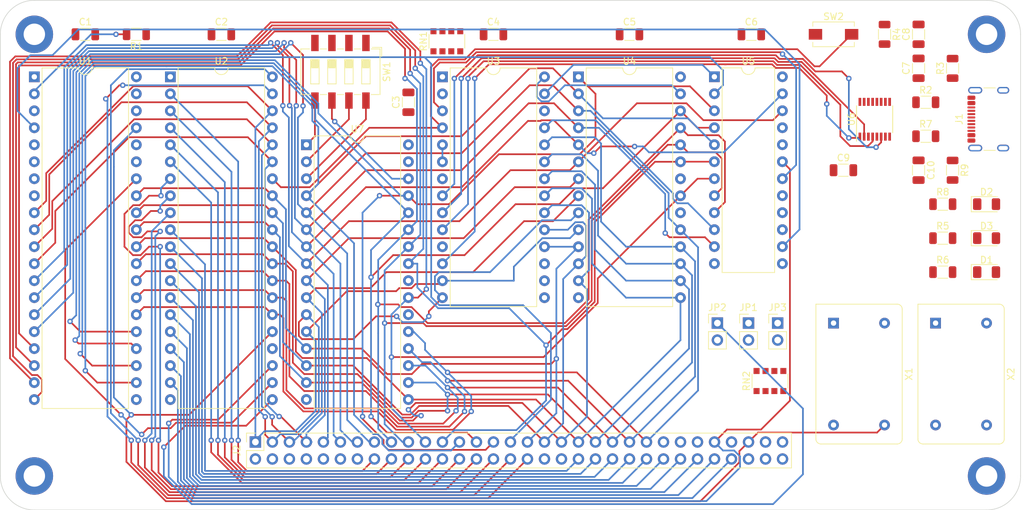
<source format=kicad_pcb>
(kicad_pcb (version 20221018) (generator pcbnew)
  (layers (0 "F.Cu" signal) (31 "B.Cu" signal) (34 "B.Paste" user) (35 "F.Paste" user) (36 "B.SilkS" user "B.Silkscreen") (37 "F.SilkS" user "F.Silkscreen") (38 "B.Mask" user) (39 "F.Mask" user) (44 "Edge.Cuts" user))
  (net 0 "")
  (net 1 "USBD-")
  (net 2 "GND")
  (net 3 "PUSBD+")
  (net 4 "VCC")
  (net 5 "Net-(D2-K)")
  (net 6 "Net-(D2-A)")
  (net 7 "Net-(D3-K)")
  (net 8 "Net-(D3-A)")
  (net 9 "~{IRQ}_{PORT}")
  (net 10 "CB_{2}")
  (net 11 "CB_{1}")
  (net 12 "PB_{7}")
  (net 13 "PB_{6}")
  (net 14 "PB_{5}")
  (net 15 "PB_{4}")
  (net 16 "PB_{3}")
  (net 17 "PB_{2}")
  (net 18 "PB_{1}")
  (net 19 "PB_{0}")
  (net 20 "CA_{2}")
  (net 21 "CA_{1}")
  (net 22 "PA_{7}")
  (net 23 "PA_{6}")
  (net 24 "PA_{5}")
  (net 25 "PA_{4}")
  (net 26 "PA_{3}")
  (net 27 "PA_{2}")
  (net 28 "PA_{1}")
  (net 29 "PA_{0}")
  (net 30 "A_{0}")
  (net 31 "A_{1}")
  (net 32 "A_{2}")
  (net 33 "A_{3}")
  (net 34 "A_{4}")
  (net 35 "A_{5}")
  (net 36 "A_{6}")
  (net 37 "A_{7}")
  (net 38 "A_{8}")
  (net 39 "A_{9}")
  (net 40 "A_{10}")
  (net 41 "A_{11}")
  (net 42 "A_{12}")
  (net 43 "A_{13}")
  (net 44 "A_{14}")
  (net 45 "A_{15}")
  (net 46 "D_{0}")
  (net 47 "D_{1}")
  (net 48 "D_{2}")
  (net 49 "D_{3}")
  (net 50 "D_{4}")
  (net 51 "D_{5}")
  (net 52 "D_{6}")
  (net 53 "D_{7}")
  (net 54 "INH")
  (net 55 "~{ROMOE}")
  (net 56 "~{RAMCS}")
  (net 57 "~{VIACS}")
  (net 58 "~{ACIACS}")
  (net 59 "CLK")
  (net 60 "Net-(J2-CC1)")
  (net 61 "PUSBD-")
  (net 62 "Net-(J2-SBU1)")
  (net 67 "~{IRQ}_{VIA}")
  (net 68 "Net-(JP1-B)")
  (net 69 "~{IRQ}_{ACIA}")
  (net 70 "Net-(JP2-B)")
  (net 71 "Net-(JP3-B)")
  (net 72 "BS_{0}")
  (net 73 "BS_{1}")
  (net 74 "BS_{2}")
  (net 75 "BS_{3}")
  (net 76 "USBD+")
  (net 77 "~{IRQ}_{CPU}")
  (net 78 "R{slash}~{W}")
  (net 79 "~{RST}")
  (net 80 "CLK_UART")
  (net 81 "~{RTS}")
  (net 82 "~{CTS}")
  (net 83 "TxD")
  (net 84 "RxD")
  (net 89 "unconnected-(J1-Pin_6-Pad6)")
  (net 95 "Net-(D1-K)")
  (net 96 "Net-(U2-RDY)")
  (net 97 "Net-(U6-3V3OUT)")
  (footprint "Capacitor_SMD:C_1206_3216Metric" (layer "F.Cu") (at 157.48 45.72 -90)
    (fp_text reference "C10")
    (fp_text value "47 pF")
  )
  (footprint "Capacitor_SMD:C_1206_3216Metric" (layer "F.Cu") (at 53.34 25.4)
    (fp_text reference "C2")
    (fp_text value "100 nF")
  )
  (footprint "Package_DIP:DIP-24_W10.16mm" (layer "F.Cu") (at 126.98 31.745)
    (fp_text reference "U5")
    (fp_text value "ATF22V10B-15GM/883")
  )
  (footprint "Capacitor_SMD:C_1206_3216Metric" (layer "F.Cu") (at 33.02 25.4)
    (fp_text reference "C1")
    (fp_text value "100 nF")
  )
  (footprint "Package_DIP:DIP-40_W15.24mm" (layer "F.Cu") (at 25.395 31.755)
    (fp_text reference "U1")
    (fp_text value "W65C02SxP")
  )
  (footprint "Connector_PinSocket_2.54mm:PinSocket_2x32_P2.54mm_Vertical" (layer "F.Cu") (at 58.42 86.36 90)
    (fp_text reference "J2")
    (fp_text value "Conn_02x32_Odd_Even" hide)
  )
  (footprint "Connector_PinHeader_2.54mm:PinHeader_1x02_P2.54mm_Vertical" (layer "F.Cu") (at 136.43 68.58)
    (fp_text reference "JP3")
    (fp_text value "Jumper_2_Bridged" hide)
  )
  (footprint "Resistor_SMD:R_1206_3216Metric" (layer "F.Cu") (at 161.0975 50.8)
    (fp_text reference "R8")
    (fp_text value "1000")
  )
  (footprint "MountingHole:MountingHole_3.2mm_M3_DIN965_Pad" (layer "F.Cu") (at 167.64 25.4)
    (fp_text reference "REF**" hide)
    (fp_text value "MountingHole_3.2mm_M3_DIN965_Pad" hide)
  )
  (footprint "Resistor_SMD:R_Array_Convex_4x1206" (layer "F.Cu") (at 87.02 26.44 90)
    (fp_text reference "RN1")
    (fp_text value "R_Pack04" hide)
  )
  (footprint "Package_DIP:DIP-28_W15.24mm" (layer "F.Cu") (at 86.36 31.76)
    (fp_text reference "U3")
    (fp_text value "W65C51NxP")
  )
  (footprint "Resistor_SMD:R_1206_3216Metric" (layer "F.Cu") (at 158.5575 40.64)
    (fp_text reference "R7")
    (fp_text value "27")
  )
  (footprint "Capacitor_SMD:C_1206_3216Metric" (layer "F.Cu") (at 157.48 30.48 90)
    (fp_text reference "C7")
    (fp_text value "47 pF")
  )
  (footprint "Oscillator:Oscillator_DIP-14" (layer "F.Cu") (at 160.02 68.58 -90)
    (fp_text reference "X2")
    (fp_text value "ACO-1.8432MHz-A" hide)
  )
  (footprint "MountingHole:MountingHole_3.2mm_M3_DIN965_Pad" (layer "F.Cu") (at 25.4 25.4)
    (fp_text reference "REF**" hide)
    (fp_text value "MountingHole_3.2mm_M3_DIN965_Pad" hide)
  )
  (footprint "Oscillator:Oscillator_DIP-14" (layer "F.Cu") (at 144.78 68.58 -90)
    (fp_text reference "X1")
    (fp_text value "ACO-1MHz-A" hide)
  )
  (footprint "MountingHole:MountingHole_3.2mm_M3_DIN965_Pad" (layer "F.Cu") (at 167.64 91.44)
    (fp_text reference "REF**" hide)
    (fp_text value "MountingHole_3.2mm_M3_DIN965_Pad" hide)
  )
  (footprint "LED_SMD:LED_1206_3216Metric" (layer "F.Cu") (at 167.64 50.8)
    (fp_text reference "D2")
    (fp_text value "PWR")
  )
  (footprint "Resistor_SMD:R_1206_3216Metric" (layer "F.Cu") (at 161.0975 55.88)
    (fp_text reference "R5")
    (fp_text value "270")
  )
  (footprint "Capacitor_SMD:C_1206_3216Metric" (layer "F.Cu") (at 146.255 45.72)
    (fp_text reference "C9")
    (fp_text value "10 nF")
  )
  (footprint "LED_SMD:LED_1206_3216Metric" (layer "F.Cu") (at 167.64 60.96)
    (fp_text reference "D1")
    (fp_text value "LED_{Tx}")
  )
  (footprint "Button_Switch_SMD:SW_SPST_EVQPE1" (layer "F.Cu") (at 144.78 25.4)
    (fp_text reference "SW2")
    (fp_text value "SW_Push")
  )
  (footprint "Connector_PinHeader_2.54mm:PinHeader_1x02_P2.54mm_Vertical" (layer "F.Cu") (at 127.43 68.58)
    (fp_text reference "JP2")
    (fp_text value "Jumper_2_Bridged" hide)
  )
  (footprint "Package_DIP:DIP-28_W15.24mm" (layer "F.Cu") (at 106.675 31.76)
    (fp_text reference "U4")
    (fp_text value "CY62256-70PC")
  )
  (footprint "Connector_USB:USB_C_Receptacle_GCT_USB4105-xx-A_16P_TopMnt_Horizontal" (layer "F.Cu") (at 169.047846 38.083591 90)
    (fp_text reference "J1")
    (fp_text value "USB_C_Receptacle_USB2.0_16P" hide)
  )
  (footprint "Connector_PinHeader_2.54mm:PinHeader_1x02_P2.54mm_Vertical" (layer "F.Cu") (at 132.08 68.58)
    (fp_text reference "JP1")
    (fp_text value "Jumper_2_Bridged" hide)
  )
  (footprint "Package_DIP:DIP-40_W15.24mm" (layer "F.Cu") (at 45.715 31.755)
    (fp_text reference "U2")
    (fp_text value "W65C22SxP")
  )
  (footprint "LED_SMD:LED_1206_3216Metric" (layer "F.Cu") (at 167.64 55.88)
    (fp_text reference "D3")
    (fp_text value "LED_{Rx}")
  )
  (footprint "Capacitor_SMD:C_1206_3216Metric" (layer "F.Cu") (at 132.498432 25.4)
    (fp_text reference "C6")
    (fp_text value "100 nF")
  )
  (footprint "Resistor_SMD:R_Array_Convex_4x1206" (layer "F.Cu") (at 135.28 77.24 90)
    (fp_text reference "RN2")
    (fp_text value "1000")
  )
  (footprint "Capacitor_SMD:C_1206_3216Metric" (layer "F.Cu") (at 93.98 25.4)
    (fp_text reference "C4")
    (fp_text value "100 nF")
  )
  (footprint "Package_SO:SSOP-16_3.9x4.9mm_P0.635mm" (layer "F.Cu") (at 150.9375 38.1 90)
    (fp_text reference "U6")
    (fp_text value "FT230XS")
  )
  (footprint "MountingHole:MountingHole_3.2mm_M3_DIN965_Pad" (layer "F.Cu") (at 25.4 91.44)
    (fp_text reference "REF**" hide)
    (fp_text value "MountingHole_3.2mm_M3_DIN965_Pad" hide)
  )
  (footprint "Package_DIP:DIP-32_W15.24mm" (layer "F.Cu") (at 66.035 41.91)
    (fp_text reference "U7")
    (fp_text value "SST39SF040")
  )
  (footprint "Resistor_SMD:R_1206_3216Metric" (layer "F.Cu") (at 158.5575 35.56)
    (fp_text reference "R2")
    (fp_text value "27")
  )
  (footprint "Capacitor_SMD:C_1206_3216Metric" (layer "F.Cu") (at 157.48 25.4 90)
    (fp_text reference "C8")
    (fp_text value "10 uF")
  )
  (footprint "Resistor_SMD:R_1206_3216Metric" (layer "F.Cu") (at 152.4 25.4 -90)
    (fp_text reference "R4")
    (fp_text value "1000")
  )
  (footprint "Resistor_SMD:R_1206_3216Metric" (layer "F.Cu") (at 161.0975 60.96)
    (fp_text reference "R6")
    (fp_text value "270")
  )
  (footprint "Resistor_SMD:R_1206_3216Metric" (layer "F.Cu") (at 162.56 30.490488 90)
    (fp_text reference "R3")
    (fp_text value "5100")
  )
  (footprint "Capacitor_SMD:C_1206_3216Metric" (layer "F.Cu") (at 114.3 25.4)
    (fp_text reference "C5")
    (fp_text value "100 nF")
  )
  (footprint "Resistor_SMD:R_1206_3216Metric" (layer "F.Cu") (at 162.56 45.72 -90)
    (fp_text reference "R9")
    (fp_text value "5100")
  )
  (footprint "Button_Switch_SMD:SW_DIP_SPSTx04_Slide_6.7x11.72mm_W8.61mm_P2.54mm_LowProfile" (layer "F.Cu") (at 71.12 31.001 -90)
    (fp_text reference "SW1")
    (fp_text value "SW_DIP_x04" hide)
  )
  (footprint "Resistor_SMD:R_1206_3216Metric" (layer "F.Cu") (at 40.64 25.4 180)
    (fp_text reference "R1")
    (fp_text value "1000")
  )
  (footprint "Capacitor_SMD:C_1206_3216Metric" (layer "F.Cu") (at 81.28 35.56 90)
    (fp_text reference "C3")
    (fp_text value "100 nF")
  )
  (gr_arc (start 20.32 25.4) (mid 21.807898 21.807898) (end 25.4 20.32) (stroke (width 0.1)) (layer "Edge.Cuts"))
  (gr_arc (start 172.72 91.44) (mid 171.232102 95.032102) (end 167.64 96.52) (stroke (width 0.1)) (layer "Edge.Cuts"))
  (gr_arc (start 167.64 20.32) (mid 171.232102 21.807898) (end 172.72 25.4) (stroke (width 0.1)) (layer "Edge.Cuts"))
  (gr_line (start 20.32 25.4) (end 20.32 91.44) (stroke (width 0.1)) (layer "Edge.Cuts"))
  (gr_line (start 25.4 20.32) (end 167.64 20.32) (stroke (width 0.1)) (layer "Edge.Cuts"))
  (gr_arc (start 25.4 96.52) (mid 21.807898 95.032102) (end 20.32 91.44) (stroke (width 0.1)) (layer "Edge.Cuts"))
  (gr_line (start 167.64 96.52) (end 25.4 96.52) (stroke (width 0.1)) (layer "Edge.Cuts"))
  (gr_line (start 172.72 91.44) (end 172.72 25.4) (stroke (width 0.1)) (layer "Edge.Cuts"))
  (segment (start 129.54 88.9) (end 123.698 94.742) (width 0.25) (layer "B.Cu") (net 10))
  (segment (start 49.276 94.742) (end 46.84 92.306) (width 0.25) (layer "B.Cu") (net 10))
  (segment (start 46.84 92.306) (end 46.84 78.6) (width 0.25) (layer "B.Cu") (net 10))
  (segment (start 123.698 94.742) (end 49.276 94.742) (width 0.25) (layer "B.Cu") (net 10))
  (segment (start 46.84 78.6) (end 45.715 77.475) (width 0.25) (layer "B.Cu") (net 10))
  (segment (start 121.608 94.292) (end 49.462396 94.292) (width 0.25) (layer "B.Cu") (net 11))
  (segment (start 49.462396 94.292) (end 47.29 92.119604) (width 0.25) (layer "B.Cu") (net 11))
  (segment (start 47.29 76.51) (end 45.715 74.935) (width 0.25) (layer "B.Cu") (net 11))
  (segment (start 127 88.9) (end 121.608 94.292) (width 0.25) (layer "B.Cu") (net 11))
  (segment (start 47.29 92.119604) (end 47.29 76.51) (width 0.25) (layer "B.Cu") (net 11))
  (segment (start 45.715 72.395) (end 47.74 74.42) (width 0.25) (layer "B.Cu") (net 12))
  (segment (start 49.648792 93.842) (end 119.518 93.842) (width 0.25) (layer "B.Cu") (net 12))
  (segment (start 119.518 93.842) (end 124.46 88.9) (width 0.25) (layer "B.Cu") (net 12))
  (segment (start 47.74 74.42) (end 47.74 91.933208) (width 0.25) (layer "B.Cu") (net 12))
  (segment (start 47.74 91.933208) (end 49.648792 93.842) (width 0.25) (layer "B.Cu") (net 12))
  (segment (start 48.19 91.746812) (end 49.821188 93.378) (width 0.25) (layer "B.Cu") (net 13))
  (segment (start 117.442 93.378) (end 121.92 88.9) (width 0.25) (layer "B.Cu") (net 13))
  (segment (start 45.715 69.855) (end 48.19 72.33) (width 0.25) (layer "B.Cu") (net 13))
  (segment (start 48.19 72.33) (end 48.19 91.746812) (width 0.25) (layer "B.Cu") (net 13))
  (segment (start 49.821188 93.378) (end 117.442 93.378) (width 0.25) (layer "B.Cu") (net 13))
  (segment (start 119.38 88.9) (end 115.352 92.928) (width 0.25) (layer "B.Cu") (net 14))
  (segment (start 48.64 70.24) (end 45.715 67.315) (width 0.25) (layer "B.Cu") (net 14))
  (segment (start 50.007584 92.928) (end 48.64 91.560416) (width 0.25) (layer "B.Cu") (net 14))
  (segment (start 115.352 92.928) (end 50.007584 92.928) (width 0.25) (layer "B.Cu") (net 14))
  (segment (start 48.64 91.560416) (end 48.64 70.24) (width 0.25) (layer "B.Cu") (net 14))
  (segment (start 49.09 91.37402) (end 49.09 68.15) (width 0.25) (layer "B.Cu") (net 15))
  (segment (start 113.262 92.478) (end 50.19398 92.478) (width 0.25) (layer "B.Cu") (net 15))
  (segment (start 116.84 88.9) (end 113.262 92.478) (width 0.25) (layer "B.Cu") (net 15))
  (segment (start 49.09 68.15) (end 45.715 64.775) (width 0.25) (layer "B.Cu") (net 15))
  (segment (start 50.19398 92.478) (end 49.09 91.37402) (width 0.25) (layer "B.Cu") (net 15))
  (segment (start 111.172 92.028) (end 114.3 88.9) (width 0.25) (layer "B.Cu") (net 16))
  (segment (start 45.715 62.235) (end 49.54 66.06) (width 0.25) (layer "B.Cu") (net 16))
  (segment (start 49.54 91.187624) (end 50.380376 92.028) (width 0.25) (layer "B.Cu") (net 16))
  (segment (start 50.380376 92.028) (end 111.172 92.028) (width 0.25) (layer "B.Cu") (net 16))
  (segment (start 49.54 66.06) (end 49.54 91.187624) (width 0.25) (layer "B.Cu") (net 16))
  (segment (start 50.566772 91.578) (end 49.99 91.001228) (width 0.25) (layer "B.Cu") (net 17))
  (segment (start 109.082 91.578) (end 50.566772 91.578) (width 0.25) (layer "B.Cu") (net 17))
  (segment (start 111.76 88.9) (end 109.082 91.578) (width 0.25) (layer "B.Cu") (net 17))
  (segment (start 49.99 91.001228) (end 49.99 63.97) (width 0.25) (layer "B.Cu") (net 17))
  (segment (start 49.99 63.97) (end 45.715 59.695) (width 0.25) (layer "B.Cu") (net 17))
  (segment (start 50.44 90.814832) (end 50.753168 91.128) (width 0.25) (layer "B.Cu") (net 18))
  (segment (start 50.44 61.88) (end 50.44 90.814832) (width 0.25) (layer "B.Cu") (net 18))
  (segment (start 45.715 57.155) (end 50.44 61.88) (width 0.25) (layer "B.Cu") (net 18))
  (segment (start 106.992 91.128) (end 109.22 88.9) (width 0.25) (layer "B.Cu") (net 18))
  (segment (start 50.753168 91.128) (end 106.992 91.128) (width 0.25) (layer "B.Cu") (net 18))
  (segment (start 50.89 59.79) (end 45.715 54.615) (width 0.25) (layer "B.Cu") (net 19))
  (segment (start 50.939564 90.678) (end 50.89 90.628436) (width 0.25) (layer "B.Cu") (net 19))
  (segment (start 50.89 90.628436) (end 50.89 59.79) (width 0.25) (layer "B.Cu") (net 19))
  (segment (start 104.902 90.678) (end 50.939564 90.678) (width 0.25) (layer "B.Cu") (net 19))
  (segment (start 106.68 88.9) (end 104.902 90.678) (width 0.25) (layer "B.Cu") (net 19))
  (segment (start 45.228416 94.764) (end 39.878 89.413584) (width 0.25) (layer "F.Cu") (net 20))
  (segment (start 39.878 89.413584) (end 39.878 86.106) (width 0.25) (layer "F.Cu") (net 20))
  (segment (start 99.06 88.9) (end 93.196 94.764) (width 0.25) (layer "F.Cu") (net 20))
  (segment (start 38.608 33.02) (end 38.1 33.02) (width 0.25) (layer "F.Cu") (net 20))
  (segment (start 93.196 94.764) (end 45.228416 94.764) (width 0.25) (layer "F.Cu") (net 20))
  (segment (start 38.1 33.02) (end 36.068 35.052) (width 0.25) (layer "F.Cu") (net 20))
  (via (at 39.878 86.106) (size 0.8) (drill 0.4) (layers "F.Cu" "B.Cu") (net 20))
  (via (at 36.068 35.052) (size 0.8) (drill 0.4) (layers "F.Cu" "B.Cu") (net 20))
  (via (at 38.608 33.02) (size 0.8) (drill 0.4) (layers "F.Cu" "B.Cu") (net 20))
  (segment (start 36.068 35.052) (end 36.322 35.306) (width 0.25) (layer "B.Cu") (net 20))
  (segment (start 36.322 82.55) (end 39.878 86.106) (width 0.25) (layer "B.Cu") (net 20))
  (segment (start 59.68 33.02) (end 38.608 33.02) (width 0.25) (layer "B.Cu") (net 20))
  (segment (start 36.322 35.306) (end 36.322 82.55) (width 0.25) (layer "B.Cu") (net 20))
  (segment (start 60.955 34.295) (end 59.68 33.02) (width 0.25) (layer "B.Cu") (net 20))
  (segment (start 45.414812 94.314) (end 91.106 94.314) (width 0.25) (layer "F.Cu") (net 21))
  (segment (start 91.106 94.314) (end 96.52 88.9) (width 0.25) (layer "F.Cu") (net 21))
  (segment (start 40.909997 89.809185) (end 45.414812 94.314) (width 0.25) (layer "F.Cu") (net 21))
  (segment (start 40.909997 86.106) (end 40.909997 89.809185) (width 0.25) (layer "F.Cu") (net 21))
  (via (at 40.909997 86.106) (size 0.8) (drill 0.4) (layers "F.Cu" "B.Cu") (net 21))
  (segment (start 36.83 82.026003) (end 40.909997 86.106) (width 0.25) (layer "B.Cu") (net 21))
  (segment (start 59.818 30.618) (end 39.232 30.618) (width 0.25) (layer "B.Cu") (net 21))
  (segment (start 36.83 33.02) (end 36.83 82.026003) (width 0.25) (layer "B.Cu") (net 21))
  (segment (start 39.232 30.618) (end 36.83 33.02) (width 0.25) (layer "B.Cu") (net 21))
  (segment (start 60.955 31.755) (end 59.818 30.618) (width 0.25) (layer "B.Cu") (net 21))
  (segment (start 41.91 90.172792) (end 41.91 86.106) (width 0.25) (layer "F.Cu") (net 22))
  (segment (start 89.016 93.864) (end 45.601208 93.864) (width 0.25) (layer "F.Cu") (net 22))
  (segment (start 45.601208 93.864) (end 41.91 90.172792) (width 0.25) (layer "F.Cu") (net 22))
  (segment (start 93.98 88.9) (end 89.016 93.864) (width 0.25) (layer "F.Cu") (net 22))
  (via (at 41.91 86.106) (size 0.8) (drill 0.4) (layers "F.Cu" "B.Cu") (net 22))
  (segment (start 42.926 85.080695) (end 41.91 86.096695) (width 0.25) (layer "B.Cu") (net 22))
  (segment (start 41.91 86.096695) (end 41.91 86.106) (width 0.25) (layer "B.Cu") (net 22))
  (segment (start 45.715 52.075) (end 42.926 54.864) (width 0.25) (layer "B.Cu") (net 22))
  (segment (start 42.926 54.864) (end 42.926 85.080695) (width 0.25) (layer "B.Cu") (net 22))
  (segment (start 40.459009 53.2) (end 39.51 54.149009) (width 0.25) (layer "F.Cu") (net 23))
  (segment (start 42.926 86.106) (end 42.926 90.552396) (width 0.25) (layer "F.Cu") (net 23))
  (segment (start 42.289604 54.864) (end 44.196 54.864) (width 0.25) (layer "F.Cu") (net 23))
  (segment (start 39.51 54.149009) (end 39.51 55.080991) (width 0.25) (layer "F.Cu") (net 23))
  (segment (start 41.413604 53.2) (end 40.459009 53.2) (width 0.25) (layer "F.Cu") (net 23))
  (segment (start 45.787604 93.414) (end 86.926 93.414) (width 0.25) (layer "F.Cu") (net 23))
  (segment (start 44.196 51.816) (end 42.797604 51.816) (width 0.25) (layer "F.Cu") (net 23))
  (segment (start 41.413604 55.74) (end 42.289604 54.864) (width 0.25) (layer "F.Cu") (net 23))
  (segment (start 39.51 55.080991) (end 40.169009 55.74) (width 0.25) (layer "F.Cu") (net 23))
  (segment (start 86.926 93.414) (end 91.44 88.9) (width 0.25) (layer "F.Cu") (net 23))
  (segment (start 42.797604 51.816) (end 41.413604 53.2) (width 0.25) (layer "F.Cu") (net 23))
  (segment (start 40.169009 55.74) (end 41.413604 55.74) (width 0.25) (layer "F.Cu") (net 23))
  (segment (start 42.926 90.552396) (end 45.787604 93.414) (width 0.25) (layer "F.Cu") (net 23))
  (via (at 44.196 54.864) (size 0.8) (drill 0.4) (layers "F.Cu" "B.Cu") (net 23))
  (via (at 44.196 51.816) (size 0.8) (drill 0.4) (layers "F.Cu" "B.Cu") (net 23))
  (via (at 42.926 86.106) (size 0.8) (drill 0.4) (layers "F.Cu" "B.Cu") (net 23))
  (segment (start 43.471 55.589) (end 43.471 85.551695) (width 0.25) (layer "B.Cu") (net 23))
  (segment (start 44.196 51.054) (end 45.715 49.535) (width 0.25) (layer "B.Cu") (net 23))
  (segment (start 44.196 51.816) (end 44.196 51.054) (width 0.25) (layer "B.Cu") (net 23))
  (segment (start 43.471 85.551695) (end 42.926 86.096695) (width 0.25) (layer "B.Cu") (net 23))
  (segment (start 44.196 54.864) (end 43.471 55.589) (width 0.25) (layer "B.Cu") (net 23))
  (segment (start 42.926 86.096695) (end 42.926 86.106) (width 0.25) (layer "B.Cu") (net 23))
  (segment (start 44.315008 49.529466) (end 42.544138 49.529466) (width 0.25) (layer "F.Cu") (net 24))
  (segment (start 84.836 92.964) (end 45.974 92.964) (width 0.25) (layer "F.Cu") (net 24))
  (segment (start 40.169009 50.95) (end 38.862 52.257009) (width 0.25) (layer "F.Cu") (net 24))
  (segment (start 41.273604 58.42) (end 42.543604 57.15) (width 0.25) (layer "F.Cu") (net 24))
  (segment (start 43.942 90.932) (end 43.942 86.106) (width 0.25) (layer "F.Cu") (net 24))
  (segment (start 40.132 58.42) (end 41.273604 58.42) (width 0.25) (layer "F.Cu") (net 24))
  (segment (start 38.862 52.257009) (end 38.862 57.15) (width 0.25) (layer "F.Cu") (net 24))
  (segment (start 38.862 57.15) (end 40.132 58.42) (width 0.25) (layer "F.Cu") (net 24))
  (segment (start 42.544138 49.529466) (end 41.123604 50.95) (width 0.25) (layer "F.Cu") (net 24))
  (segment (start 88.9 88.9) (end 84.836 92.964) (width 0.25) (layer "F.Cu") (net 24))
  (segment (start 45.974 92.964) (end 43.942 90.932) (width 0.25) (layer "F.Cu") (net 24))
  (segment (start 42.543604 57.15) (end 44.196 57.15) (width 0.25) (layer "F.Cu") (net 24))
  (segment (start 41.123604 50.95) (end 40.169009 50.95) (width 0.25) (layer "F.Cu") (net 24))
  (via (at 44.315008 49.529466) (size 0.8) (drill 0.4) (layers "F.Cu" "B.Cu") (net 24))
  (via (at 43.942 86.106) (size 0.8) (drill 0.4) (layers "F.Cu" "B.Cu") (net 24))
  (via (at 44.196 57.15) (size 0.8) (drill 0.4) (layers "F.Cu" "B.Cu") (net 24))
  (segment (start 44.315008 48.394992) (end 45.715 46.995) (width 0.25) (layer "B.Cu") (net 24))
  (segment (start 44.196 85.852) (end 43.942 86.106) (width 0.25) (layer "B.Cu") (net 24))
  (segment (start 44.196 57.15) (end 44.196 85.852) (width 0.25) (layer "B.Cu") (net 24))
  (segment (start 44.315008 49.529466) (end 44.315008 48.394992) (width 0.25) (layer "B.Cu") (net 24))
  (segment (start 51.816 87.889584) (end 56.404416 92.478) (width 0.25) (layer "F.Cu") (net 25))
  (segment (start 51.816 86.106) (end 51.816 87.889584) (width 0.25) (layer "F.Cu") (net 25))
  (segment (start 56.404416 92.478) (end 82.782 92.478) (width 0.25) (layer "F.Cu") (net 25))
  (segment (start 82.782 92.478) (end 86.36 88.9) (width 0.25) (layer "F.Cu") (net 25))
  (via (at 51.816 86.106) (size 0.8) (drill 0.4) (layers "F.Cu" "B.Cu") (net 25))
  (segment (start 51.816 50.556) (end 51.816 86.106) (width 0.25) (layer "B.Cu") (net 25))
  (segment (start 45.715 44.455) (end 51.816 50.556) (width 0.25) (layer "B.Cu") (net 25))
  (segment (start 52.832 88.269188) (end 52.832 86.106) (width 0.25) (layer "F.Cu") (net 26))
  (segment (start 56.590812 92.028) (end 52.832 88.269188) (width 0.25) (layer "F.Cu") (net 26))
  (segment (start 80.692 92.028) (end 56.590812 92.028) (width 0.25) (layer "F.Cu") (net 26))
  (segment (start 83.82 88.9) (end 80.692 92.028) (width 0.25) (layer "F.Cu") (net 26))
  (via (at 52.832 86.106) (size 0.8) (drill 0.4) (layers "F.Cu" "B.Cu") (net 26))
  (segment (start 52.832 49.032) (end 52.832 86.106) (width 0.25) (layer "B.Cu") (net 26))
  (segment (start 45.715 41.915) (end 52.832 49.032) (width 0.25) (layer "B.Cu") (net 26))
  (segment (start 78.602 91.578) (end 81.28 88.9) (width 0.25) (layer "F.Cu") (net 27))
  (segment (start 53.848 88.648792) (end 56.777208 91.578) (width 0.25) (layer "F.Cu") (net 27))
  (segment (start 56.777208 91.578) (end 78.602 91.578) (width 0.25) (layer "F.Cu") (net 27))
  (segment (start 53.848 86.106) (end 53.848 88.648792) (width 0.25) (layer "F.Cu") (net 27))
  (via (at 53.848 86.106) (size 0.8) (drill 0.4) (layers "F.Cu" "B.Cu") (net 27))
  (segment (start 45.715 39.375) (end 53.848 47.508) (width 0.25) (layer "B.Cu") (net 27))
  (segment (start 53.848 47.508) (end 53.848 86.106) (width 0.25) (layer "B.Cu") (net 27))
  (segment (start 56.963604 91.128) (end 54.848003 89.012399) (width 0.25) (layer "F.Cu") (net 28))
  (segment (start 54.848003 89.012399) (end 54.848003 86.106) (width 0.25) (layer "F.Cu") (net 28))
  (segment (start 76.512 91.128) (end 56.963604 91.128) (width 0.25) (layer "F.Cu") (net 28))
  (segment (start 78.74 88.9) (end 76.512 91.128) (width 0.25) (layer "F.Cu") (net 28))
  (via (at 54.848003 86.106) (size 0.8) (drill 0.4) (layers "F.Cu" "B.Cu") (net 28))
  (segment (start 54.848003 45.968003) (end 54.848003 86.106) (width 0.25) (layer "B.Cu") (net 28))
  (segment (start 45.715 36.835) (end 54.848003 45.968003) (width 0.25) (layer "B.Cu") (net 28))
  (segment (start 55.848006 86.106) (end 55.848006 89.376006) (width 0.25) (layer "F.Cu") (net 29))
  (segment (start 57.15 90.678) (end 74.422 90.678) (width 0.25) (layer "F.Cu") (net 29))
  (segment (start 55.848006 89.376006) (end 57.15 90.678) (width 0.25) (layer "F.Cu") (net 29))
  (segment (start 74.422 90.678) (end 76.2 88.9) (width 0.25) (layer "F.Cu") (net 29))
  (via (at 55.848006 86.106) (size 0.8) (drill 0.4) (layers "F.Cu" "B.Cu") (net 29))
  (segment (start 55.848006 44.428006) (end 55.848006 86.106) (width 0.25) (layer "B.Cu") (net 29))
  (segment (start 45.715 34.295) (end 55.848006 44.428006) (width 0.25) (layer "B.Cu") (net 29))
  (segment (start 86.36 62.24) (end 85.862 62.738) (width 0.25) (layer "F.Cu") (net 30))
  (segment (start 57.29 33.17) (end 60.955 36.835) (width 0.25) (layer "F.Cu") (net 30))
  (segment (start 25.395 52.075) (end 27.178 50.292) (width 0.25) (layer "F.Cu") (net 30))
  (segment (start 40.169009 33.17) (end 57.29 33.17) (width 0.25) (layer "F.Cu") (net 30))
  (segment (start 27.178 50.292) (end 27.178 46.161009) (width 0.25) (layer "F.Cu") (net 30))
  (segment (start 79.451 63.805) (end 72.08 63.805) (width 0.25) (layer "F.Cu") (net 30))
  (segment (start 82.357991 62.738) (end 81.740991 63.355) (width 0.25) (layer "F.Cu") (net 30))
  (segment (start 79.901 63.355) (end 79.451 63.805) (width 0.25) (layer "F.Cu") (net 30))
  (segment (start 85.862 62.738) (end 82.357991 62.738) (width 0.25) (layer "F.Cu") (net 30))
  (segment (start 81.740991 63.355) (end 79.901 63.355) (width 0.25) (layer "F.Cu") (net 30))
  (segment (start 27.178 46.161009) (end 40.169009 33.17) (width 0.25) (layer "F.Cu") (net 30))
  (segment (start 72.08 63.805) (end 66.035 69.85) (width 0.25) (layer "F.Cu") (net 30))
  (segment (start 67.44 81.658) (end 67.44 71.255) (width 0.25) (layer "B.Cu") (net 30))
  (segment (start 97.023 62.24) (end 97.023 60.146009) (width 0.25) (layer "B.Cu") (net 30))
  (segment (start 58.42 86.36) (end 58.42 86.106) (width 0.25) (layer "B.Cu") (net 30))
  (segment (start 60.955 36.835) (end 58.42 39.37) (width 0.25) (layer "B.Cu") (net 30))
  (segment (start 58.42 39.37) (end 58.42 86.36) (width 0.25) (layer "B.Cu") (net 30))
  (segment (start 86.36 62.24) (end 97.023 62.24) (width 0.25) (layer "B.Cu") (net 30))
  (segment (start 105.415 55.88) (end 106.675 54.62) (width 0.25) (layer "B.Cu") (net 30))
  (segment (start 67.44 71.255) (end 66.035 69.85) (width 0.25) (layer "B.Cu") (net 30))
  (segment (start 58.42 86.106) (end 59.791 84.735) (width 0.25) (layer "B.Cu") (net 30))
  (segment (start 64.363 84.735) (end 67.44 81.658) (width 0.25) (layer "B.Cu") (net 30))
  (segment (start 97.023 60.146009) (end 101.289009 55.88) (width 0.25) (layer "B.Cu") (net 30))
  (segment (start 101.289009 55.88) (end 105.415 55.88) (width 0.25) (layer "B.Cu") (net 30))
  (segment (start 59.791 84.735) (end 64.363 84.735) (width 0.25) (layer "B.Cu") (net 30))
  (segment (start 76.451847 67.566153) (end 79.504153 67.566153) (width 0.25) (layer "F.Cu") (net 31))
  (segment (start 59.882535 82.584136) (end 59.882535 85.282535) (width 0.25) (layer "F.Cu") (net 31))
  (segment (start 66.035 67.31) (end 64.91 68.435) (width 0.25) (layer "F.Cu") (net 31))
  (segment (start 84.328 67.564) (end 84.328 66.812) (width 0.25) (layer "F.Cu") (net 31))
  (segment (start 64.91 68.435) (end 64.91 70.498) (width 0.25) (layer "F.Cu") (net 31))
  (segment (start 57.14 35.56) (end 60.955 39.375) (width 0.25) (layer "F.Cu") (net 31))
  (segment (start 25.395 54.615) (end 27.628 52.382) (width 0.25) (layer "F.Cu") (net 31))
  (segment (start 65.387 70.975) (end 73.043 70.975) (width 0.25) (layer "F.Cu") (net 31))
  (segment (start 84.328 66.812) (end 86.36 64.78) (width 0.25) (layer "F.Cu") (net 31))
  (segment (start 64.91 70.498) (end 65.387 70.975) (width 0.25) (layer "F.Cu") (net 31))
  (segment (start 73.043 70.975) (end 76.451847 67.566153) (width 0.25) (layer "F.Cu") (net 31))
  (segment (start 27.628 52.382) (end 27.628 46.347405) (width 0.25) (layer "F.Cu") (net 31))
  (segment (start 27.628 46.347405) (end 38.415405 35.56) (width 0.25) (layer "F.Cu") (net 31))
  (segment (start 59.882535 85.282535) (end 60.96 86.36) (width 0.25) (layer "F.Cu") (net 31))
  (segment (start 38.415405 35.56) (end 57.14 35.56) (width 0.25) (layer "F.Cu") (net 31))
  (via (at 79.504153 67.566153) (size 0.8) (drill 0.4) (layers "F.Cu" "B.Cu") (net 31))
  (via (at 84.328 67.564) (size 0.8) (drill 0.4) (layers "F.Cu" "B.Cu") (net 31))
  (via (at 59.882535 82.584136) (size 0.8) (drill 0.4) (layers "F.Cu" "B.Cu") (net 31))
  (segment (start 85.235 63.655) (end 85.235 61.577) (width 0.25) (layer "B.Cu") (net 31))
  (segment (start 61.498996 86.36) (end 60.96 86.36) (width 0.25) (layer "B.Cu") (net 31))
  (segment (start 58.93 81.631601) (end 59.882535 82.584136) (width 0.25) (layer "B.Cu") (net 31))
  (segment (start 105.55 53.205) (end 106.675 52.08) (width 0.25) (layer "B.Cu") (net 31))
  (segment (start 58.93 44.45) (end 58.93 81.631601) (width 0.25) (layer "B.Cu") (net 31))
  (segment (start 86.36 64.78) (end 85.235 63.655) (width 0.25) (layer "B.Cu") (net 31))
  (segment (start 62.135 85.185) (end 64.549396 85.185) (width 0.25) (layer "B.Cu") (net 31))
  (segment (start 60.955 39.375) (end 58.93 41.4) (width 0.25) (layer "B.Cu") (net 31))
  (segment (start 83.457 68.435) (end 84.328 67.564) (width 0.25) (layer "B.Cu") (net 31))
  (segment (start 85.235 61.577) (end 85.852 60.96) (width 0.25) (layer "B.Cu") (net 31))
  (segment (start 80.373 68.435) (end 83.457 68.435) (width 0.25) (layer "B.Cu") (net 31))
  (segment (start 67.89 81.844396) (end 67.89 69.165) (width 0.25) (layer "B.Cu") (net 31))
  (segment (start 101.227 53.205) (end 105.55 53.205) (width 0.25) (layer "B.Cu") (net 31))
  (segment (start 93.472 60.96) (end 101.227 53.205) (width 0.25) (layer "B.Cu") (net 31))
  (segment (start 85.852 60.96) (end 93.472 60.96) (width 0.25) (layer "B.Cu") (net 31))
  (segment (start 79.504153 67.566153) (end 80.373 68.435) (width 0.25) (layer "B.Cu") (net 31))
  (segment (start 67.89 69.165) (end 66.035 67.31) (width 0.25) (layer "B.Cu") (net 31))
  (segment (start 60.96 86.36) (end 62.135 85.185) (width 0.25) (layer "B.Cu") (net 31))
  (segment (start 58.93 41.4) (end 58.93 44.45) (width 0.25) (layer "B.Cu") (net 31))
  (segment (start 64.549396 85.185) (end 67.89 81.844396) (width 0.25) (layer "B.Cu") (net 31))
  (segment (start 102.875 53.34) (end 98.552 53.34) (width 0.25) (layer "F.Cu") (net 32))
  (segment (start 67.45 63.355) (end 66.035 64.77) (width 0.25) (layer "F.Cu") (net 32))
  (segment (start 106.675 49.54) (end 102.875 53.34) (width 0.25) (layer "F.Cu") (net 32))
  (segment (start 98.552 53.34) (end 90.932 60.96) (width 0.25) (layer "F.Cu") (net 32))
  (segment (start 57.14 38.1) (end 60.955 41.915) (width 0.25) (layer "F.Cu") (net 32))
  (segment (start 77.978 60.96) (end 75.583 63.355) (width 0.25) (layer "F.Cu") (net 32))
  (segment (start 75.583 63.355) (end 67.45 63.355) (width 0.25) (layer "F.Cu") (net 32))
  (segment (start 40.319009 38.1) (end 57.14 38.1) (width 0.25) (layer "F.Cu") (net 32))
  (segment (start 25.395 57.155) (end 28.078 54.472) (width 0.25) (layer "F.Cu") (net 32))
  (segment (start 60.916852 83.776852) (end 63.5 86.36) (width 0.25) (layer "F.Cu") (net 32))
  (segment (start 28.078 54.472) (end 28.078 50.341009) (width 0.25) (layer "F.Cu") (net 32))
  (segment (start 28.078 50.341009) (end 40.319009 38.1) (width 0.25) (layer "F.Cu") (net 32))
  (segment (start 60.916852 82.593148) (end 60.916852 83.776852) (width 0.25) (layer "F.Cu") (net 32))
  (segment (start 90.932 60.96) (end 77.978 60.96) (width 0.25) (layer "F.Cu") (net 32))
  (via (at 60.916852 82.593148) (size 0.8) (drill 0.4) (layers "F.Cu" "B.Cu") (net 32))
  (segment (start 68.34 82.030792) (end 64.010792 86.36) (width 0.25) (layer "B.Cu") (net 32))
  (segment (start 68.34 67.075) (end 68.34 82.030792) (width 0.25) (layer "B.Cu") (net 32))
  (segment (start 66.035 64.77) (end 68.34 67.075) (width 0.25) (layer "B.Cu") (net 32))
  (segment (start 64.010792 86.36) (end 63.5 86.36) (width 0.25) (layer "B.Cu") (net 32))
  (segment (start 60.955 41.915) (end 59.38 43.49) (width 0.25) (layer "B.Cu") (net 32))
  (segment (start 64.262 86.36) (end 63.5 86.36) (width 0.25) (layer "B.Cu") (net 32))
  (segment (start 59.38 43.49) (end 59.38 81.056296) (width 0.25) (layer "B.Cu") (net 32))
  (segment (start 59.38 81.056296) (end 60.916852 82.593148) (width 0.25) (layer "B.Cu") (net 32))
  (segment (start 39.554 40.79) (end 57.29 40.79) (width 0.25) (layer "F.Cu") (net 33))
  (segment (start 28.528 51.816) (end 39.554 40.79) (width 0.25) (layer "F.Cu") (net 33))
  (segment (start 72.385 55.88) (end 89.533603 55.88) (width 0.25) (layer "F.Cu") (net 33))
  (segment (start 89.533603 55.88) (end 97.153603 48.26) (width 0.25) (layer "F.Cu") (net 33))
  (segment (start 97.153603 48.26) (end 105.415 48.26) (width 0.25) (layer "F.Cu") (net 33))
  (segment (start 57.29 40.79) (end 60.955 44.455) (width 0.25) (layer "F.Cu") (net 33))
  (segment (start 105.415 48.26) (end 106.675 47) (width 0.25) (layer "F.Cu") (net 33))
  (segment (start 61.976 82.55) (end 62.23 82.55) (width 0.25) (layer "F.Cu") (net 33))
  (segment (start 62.23 82.55) (end 66.04 86.36) (width 0.25) (layer "F.Cu") (net 33))
  (segment (start 66.035 62.23) (end 72.385 55.88) (width 0.25) (layer "F.Cu") (net 33))
  (segment (start 25.395 59.695) (end 28.528 56.562) (width 0.25) (layer "F.Cu") (net 33))
  (segment (start 28.528 56.562) (end 28.528 51.816) (width 0.25) (layer "F.Cu") (net 33))
  (via (at 61.976 82.55) (size 0.8) (drill 0.4) (layers "F.Cu" "B.Cu") (net 33))
  (segment (start 59.83 80.480991) (end 59.83 45.58) (width 0.25) (layer "B.Cu") (net 33))
  (segment (start 66.035 62.23) (end 68.79 64.985) (width 0.25) (layer "B.Cu") (net 33))
  (segment (start 61.976 82.55) (end 61.899009 82.55) (width 0.25) (layer "B.Cu") (net 33))
  (segment (start 66.832403 86.36) (end 66.04 86.36) (width 0.25) (layer "B.Cu") (net 33))
  (segment (start 61.899009 82.55) (end 59.83 80.480991) (width 0.25) (layer "B.Cu") (net 33))
  (segment (start 68.79 82.34) (end 66.04 85.09) (width 0.25) (layer "B.Cu") (net 33))
  (segment (start 66.04 85.09) (end 66.04 86.36) (width 0.25) (layer "B.Cu") (net 33))
  (segment (start 68.79 64.985) (end 68.79 82.34) (width 0.25) (layer "B.Cu") (net 33))
  (segment (start 59.83 45.58) (end 60.955 44.455) (width 0.25) (layer "B.Cu") (net 33))
  (segment (start 88.9 53.34) (end 96.52 45.72) (width 0.25) (layer "F.Cu") (net 34))
  (segment (start 135.725 38.24) (end 125.336 38.24) (width 0.25) (layer "F.Cu") (net 34))
  (segment (start 125.336 38.24) (end 122.811 35.715) (width 0.25) (layer "F.Cu") (net 34))
  (segment (start 106.675 44.445695) (end 106.675 44.46) (width 0.25) (layer "F.Cu") (net 34))
  (segment (start 137.14 36.825) (end 135.725 38.24) (width 0.25) (layer "F.Cu") (net 34))
  (segment (start 96.52 45.72) (end 105.415 45.72) (width 0.25) (layer "F.Cu") (net 34))
  (segment (start 115.405695 35.715) (end 106.675 44.445695) (width 0.25) (layer "F.Cu") (net 34))
  (segment (start 62.522119 36.071967) (end 62.522119 28.511421) (width 0.25) (layer "F.Cu") (net 34))
  (segment (start 105.415 45.72) (end 106.675 44.46) (width 0.25) (layer "F.Cu") (net 34))
  (segment (start 60.706 26.695302) (end 60.706 26.67) (width 0.25) (layer "F.Cu") (net 34))
  (segment (start 62.522119 28.511421) (end 60.706 26.695302) (width 0.25) (layer "F.Cu") (net 34))
  (segment (start 122.811 35.715) (end 115.405695 35.715) (width 0.25) (layer "F.Cu") (net 34))
  (segment (start 72.385 53.34) (end 88.9 53.34) (width 0.25) (layer "F.Cu") (net 34))
  (segment (start 66.035 59.69) (end 72.385 53.34) (width 0.25) (layer "F.Cu") (net 34))
  (via (at 60.706 26.67) (size 0.8) (drill 0.4) (layers "F.Cu" "B.Cu") (net 34))
  (via (at 62.522119 36.071967) (size 0.8) (drill 0.4) (layers "F.Cu" "B.Cu") (net 34))
  (segment (start 62.522119 36.071967) (end 62.522119 36.948119) (width 0.25) (layer "B.Cu") (net 34))
  (segment (start 29.87 30.328) (end 29.87 57.76) (width 0.25) (layer "B.Cu") (net 34))
  (segment (start 60.706 26.67) (end 60.358 27.018) (width 0.25) (layer "B.Cu") (net 34))
  (segment (start 66.035 59.69) (end 69.24 62.895) (width 0.25) (layer "B.Cu") (net 34))
  (segment (start 33.18 27.018) (end 29.87 30.328) (width 0.25) (layer "B.Cu") (net 34))
  (segment (start 60.358 27.018) (end 33.18 27.018) (width 0.25) (layer "B.Cu") (net 34))
  (segment (start 69.24 62.895) (end 69.24 85.7) (width 0.25) (layer "B.Cu") (net 34))
  (segment (start 29.87 57.76) (end 25.395 62.235) (width 0.25) (layer "B.Cu") (net 34))
  (segment (start 62.522119 36.948119) (end 63.42 37.846) (width 0.25) (layer "B.Cu") (net 34))
  (segment (start 69.24 85.7) (end 68.58 86.36) (width 0.25) (layer "B.Cu") (net 34))
  (segment (start 63.42 37.846) (end 63.42 57.075) (width 0.25) (layer "B.Cu") (net 34))
  (segment (start 63.42 57.075) (end 66.035 59.69) (width 0.25) (layer "B.Cu") (net 34))
  (segment (start 63.5 36.031639) (end 63.5 28.852906) (width 0.25) (layer "F.Cu") (net 35))
  (segment (start 101.134009 38.255) (end 101.035009 38.354) (width 0.25) (layer "F.Cu") (net 35))
  (segment (start 99.136991 38.354) (end 89.230991 48.26) (width 0.25) (layer "F.Cu") (net 35))
  (segment (start 103.01 38.255) (end 101.134009 38.255) (width 0.25) (layer "F.Cu") (net 35))
  (segment (start 115.062 42.164) (end 109.982 42.164) (width 0.25) (layer "F.Cu") (net 35))
  (segment (start 106.675 41.92) (end 103.01 38.255) (width 0.25) (layer "F.Cu") (net 35))
  (segment (start 61.706003 27.058909) (end 61.706003 26.67) (width 0.25) (layer "F.Cu") (net 35))
  (segment (start 101.035009 38.354) (end 99.136991 38.354) (width 0.25) (layer "F.Cu") (net 35))
  (segment (start 109.982 42.164) (end 108.966 43.18) (width 0.25) (layer "F.Cu") (net 35))
  (segment (start 63.5 28.852906) (end 61.706003 27.058909) (width 0.25) (layer "F.Cu") (net 35))
  (segment (start 63.521953 36.053592) (end 63.5 36.031639) (width 0.25) (layer "F.Cu") (net 35))
  (segment (start 74.925 48.26) (end 66.035 57.15) (width 0.25) (layer "F.Cu") (net 35))
  (segment (start 89.230991 48.26) (end 74.925 48.26) (width 0.25) (layer "F.Cu") (net 35))
  (via (at 61.706003 26.67) (size 0.8) (drill 0.4) (layers "F.Cu" "B.Cu") (net 35))
  (via (at 115.062 42.164) (size 0.8) (drill 0.4) (layers "F.Cu" "B.Cu") (net 35))
  (via (at 108.966 43.18) (size 0.8) (drill 0.4) (layers "F.Cu" "B.Cu") (net 35))
  (via (at 63.521953 36.053592) (size 0.8) (drill 0.4) (layers "F.Cu" "B.Cu") (net 35))
  (segment (start 115.062 42.164) (end 116.332 42.164) (width 0.25) (layer "B.Cu") (net 35))
  (segment (start 66.035 57.15) (end 70.104 61.219) (width 0.25) (layer "B.Cu") (net 35))
  (segment (start 60.933305 27.468) (end 61.706003 26.695302) (width 0.25) (layer "B.Cu") (net 35))
  (segment (start 116.332 42.164) (end 117.213 43.045) (width 0.25) (layer "B.Cu") (net 35))
  (segment (start 63.87 36.401639) (end 63.87 54.985) (width 0.25) (layer "B.Cu") (net 35))
  (segment (start 61.706003 26.695302) (end 61.706003 26.67) (width 0.25) (layer "B.Cu") (net 35))
  (segment (start 128.38 43.045) (end 137.14 34.285) (width 0.25) (layer "B.Cu") (net 35))
  (segment (start 107.935 43.18) (end 106.675 41.92) (width 0.25) (layer "B.Cu") (net 35))
  (segment (start 70.104 85.344) (end 71.12 86.36) (width 0.25) (layer "B.Cu") (net 35))
  (segment (start 117.213 43.045) (end 128.38 43.045) (width 0.25) (layer "B.Cu") (net 35))
  (segment (start 30.32 30.514396) (end 33.366396 27.468) (width 0.25) (layer "B.Cu") (net 35))
  (segment (start 70.104 61.219) (end 70.104 85.344) (width 0.25) (layer "B.Cu") (net 35))
  (segment (start 25.395 64.775) (end 30.32 59.85) (width 0.25) (layer "B.Cu") (net 35))
  (segment (start 33.366396 27.468) (end 60.933305 27.468) (width 0.25) (layer "B.Cu") (net 35))
  (segment (start 108.966 43.18) (end 107.935 43.18) (width 0.25) (layer "B.Cu") (net 35))
  (segment (start 30.32 59.85) (end 30.32 30.514396) (width 0.25) (layer "B.Cu") (net 35))
  (segment (start 63.521953 36.053592) (end 63.87 36.401639) (width 0.25) (layer "B.Cu") (net 35))
  (segment (start 63.87 54.985) (end 66.035 57.15) (width 0.25) (layer "B.Cu") (net 35))
  (segment (start 126.98 57.145) (end 125.58 55.745) (width 0.25) (layer "F.Cu") (net 36))
  (segment (start 125.58 55.745) (end 120.261 55.745) (width 0.25) (layer "F.Cu") (net 36))
  (segment (start 120.261 55.745) (end 119.634 55.118) (width 0.25) (layer "F.Cu") (net 36))
  (segment (start 106.675 39.38) (end 103.632 36.337) (width 0.25) (layer "F.Cu") (net 36))
  (segment (start 103.025 35.715) (end 99.235991 35.715) (width 0.25) (layer "F.Cu") (net 36))
  (segment (start 103.632 36.337) (end 103.632 36.322) (width 0.25) (layer "F.Cu") (net 36))
  (segment (start 74.925 45.72) (end 66.035 54.61) (width 0.25) (layer "F.Cu") (net 36))
  (segment (start 89.230991 45.72) (end 74.925 45.72) (width 0.25) (layer "F.Cu") (net 36))
  (segment (start 64.52144 29.23795) (end 62.706006 27.422516) (width 0.25) (layer "F.Cu") (net 36))
  (segment (start 103.632 36.322) (end 103.025 35.715) (width 0.25) (layer "F.Cu") (net 36))
  (segment (start 99.235991 35.715) (end 89.230991 45.72) (width 0.25) (layer "F.Cu") (net 36))
  (segment (start 64.52144 36.085676) (end 64.52144 29.23795) (width 0.25) (layer "F.Cu") (net 36))
  (segment (start 62.706006 27.422516) (end 62.706006 26.67) (width 0.25) (layer "F.Cu") (net 36))
  (via (at 119.634 55.118) (size 0.8) (drill 0.4) (layers "F.Cu" "B.Cu") (net 36))
  (via (at 62.706006 26.67) (size 0.8) (drill 0.4) (layers "F.Cu" "B.Cu") (net 36))
  (via (at 64.52144 36.085676) (size 0.8) (drill 0.4) (layers "F.Cu" "B.Cu") (net 36))
  (segment (start 119.634 49.278792) (end 109.735208 39.38) (width 0.25) (layer "B.Cu") (net 36))
  (segment (start 119.634 55.118) (end 119.634 49.278792) (width 0.25) (layer "B.Cu") (net 36))
  (segment (start 62.706006 26.695302) (end 62.706006 26.67) (width 0.25) (layer "B.Cu") (net 36))
  (segment (start 71.12 84.582) (end 71.12 59.695) (width 0.25) (layer "B.Cu") (net 36))
  (segment (start 30.77 61.94) (end 30.77 30.700792) (width 0.25) (layer "B.Cu") (net 36))
  (segment (start 72.898 86.36) (end 71.12 84.582) (width 0.25) (layer "B.Cu") (net 36))
  (segment (start 30.77 30.700792) (end 33.552792 27.918) (width 0.25) (layer "B.Cu") (net 36))
  (segment (start 109.735208 39.38) (end 106.675 39.38) (width 0.25) (layer "B.Cu") (net 36))
  (segment (start 71.12 59.695) (end 66.035 54.61) (width 0.25) (layer "B.Cu") (net 36))
  (segment (start 61.483308 27.918) (end 62.706006 26.695302) (width 0.25) (layer "B.Cu") (net 36))
  (segment (start 73.66 86.36) (end 72.898 86.36) (width 0.25) (layer "B.Cu") (net 36))
  (segment (start 64.32 36.287116) (end 64.32 52.895) (width 0.25) (layer "B.Cu") (net 36))
  (segment (start 33.552792 27.918) (end 61.483308 27.918) (width 0.25) (layer "B.Cu") (net 36))
  (segment (start 64.52144 36.085676) (end 64.32 36.287116) (width 0.25) (layer "B.Cu") (net 36))
  (segment (start 64.32 52.895) (end 66.035 54.61) (width 0.25) (layer "B.Cu") (net 36))
  (segment (start 25.395 67.315) (end 30.77 61.94) (width 0.25) (layer "B.Cu") (net 36))
  (segment (start 74.925 43.18) (end 66.035 52.07) (width 0.25) (layer "F.Cu") (net 37))
  (segment (start 106.675 36.84) (end 102.855 33.02) (width 0.25) (layer "F.Cu") (net 37))
  (segment (start 102.855 33.02) (end 99.390991 33.02) (width 0.25) (layer "F.Cu") (net 37))
  (segment (start 99.390991 33.02) (end 89.230991 43.18) (width 0.25) (layer "F.Cu") (net 37))
  (segment (start 65.532 36.109041) (end 65.532 28.495991) (width 0.25) (layer "F.Cu") (net 37))
  (segment (start 65.532 28.495991) (end 63.706009 26.67) (width 0.25) (layer "F.Cu") (net 37))
  (segment (start 89.230991 43.18) (end 74.925 43.18) (width 0.25) (layer "F.Cu") (net 37))
  (via (at 65.532 36.109041) (size 0.8) (drill 0.4) (layers "F.Cu" "B.Cu") (net 37))
  (via (at 63.706009 26.67) (size 0.8) (drill 0.4) (layers "F.Cu" "B.Cu") (net 37))
  (segment (start 72.136 83.058) (end 72.136 58.171) (width 0.25) (layer "B.Cu") (net 37))
  (segment (start 62.033311 28.368) (end 63.706009 26.695302) (width 0.25) (layer "B.Cu") (net 37))
  (segment (start 75.438 86.36) (end 72.136 83.058) (width 0.25) (layer "B.Cu") (net 37))
  (segment (start 33.739188 28.368) (end 62.033311 28.368) (width 0.25) (layer "B.Cu") (net 37))
  (segment (start 72.136 58.171) (end 66.035 52.07) (width 0.25) (layer "B.Cu") (net 37))
  (segment (start 76.2 86.36) (end 75.438 86.36) (width 0.25) (layer "B.Cu") (net 37))
  (segment (start 63.706009 26.695302) (end 63.706009 26.67) (width 0.25) (layer "B.Cu") (net 37))
  (segment (start 108.468 36.84) (end 106.675 36.84) (width 0.25) (layer "B.Cu") (net 37))
  (segment (start 31.22 30.887188) (end 33.739188 28.368) (width 0.25) (layer "B.Cu") (net 37))
  (segment (start 65.532 36.109041) (end 65.532 37.084) (width 0.25) (layer "B.Cu") (net 37))
  (segment (start 64.77 50.805) (end 66.035 52.07) (width 0.25) (layer "B.Cu") (net 37))
  (segment (start 65.532 37.084) (end 64.77 37.846) (width 0.25) (layer "B.Cu") (net 37))
  (segment (start 120.79 49.162) (end 108.468 36.84) (width 0.25) (layer "B.Cu") (net 37))
  (segment (start 126.98 54.605) (end 123.04 50.665) (width 0.25) (layer "B.Cu") (net 37))
  (segment (start 31.22 64.03) (end 31.22 30.887188) (width 0.25) (layer "B.Cu") (net 37))
  (segment (start 25.395 69.855) (end 31.22 64.03) (width 0.25) (layer "B.Cu") (net 37))
  (segment (start 123.04 50.665) (end 121.449009 50.665) (width 0.25) (layer "B.Cu") (net 37))
  (segment (start 64.77 37.846) (end 64.77 50.805) (width 0.25) (layer "B.Cu") (net 37))
  (segment (start 120.79 50.005991) (end 120.79 49.162) (width 0.25) (layer "B.Cu") (net 37))
  (segment (start 121.449009 50.665) (end 120.79 50.005991) (width 0.25) (layer "B.Cu") (net 37))
  (segment (start 23.114 70.114) (end 25.395 72.395) (width 0.25) (layer "F.Cu") (net 38))
  (segment (start 78.180812 24.972) (end 61.265188 24.972) (width 0.25) (layer "F.Cu") (net 38))
  (segment (start 79.756 65.786) (end 80.155 66.185) (width 0.25) (layer "F.Cu") (net 38))
  (segment (start 108.201698 53.093302) (end 121.915 39.38) (width 0.25) (layer "F.Cu") (net 38))
  (segment (start 127.612 40.49) (end 123.025 40.49) (width 0.25) (layer "F.Cu") (net 38))
  (segment (start 128.555 41.433) (end 127.612 40.49) (width 0.25) (layer "F.Cu") (net 38))
  (segment (start 80.772 32.004) (end 80.9941 32.004) (width 0.25) (layer "F.Cu") (net 38))
  (segment (start 80.772 32.004) (end 80.772 27.563188) (width 0.25) (layer "F.Cu") (net 38))
  (segment (start 76.708 65.786) (end 79.756 65.786) (width 0.25) (layer "F.Cu") (net 38))
  (segment (start 128.555 50.49) (end 128.555 41.433) (width 0.25) (layer "F.Cu") (net 38))
  (segment (start 84.135991 68.58) (end 104.648 68.58) (width 0.25) (layer "F.Cu") (net 38))
  (segment (start 104.648 68.58) (end 108.201698 65.026302) (width 0.25) (layer "F.Cu") (net 38))
  (segment (start 80.772 27.563188) (end 78.180812 24.972) (width 0.25) (layer "F.Cu") (net 38))
  (segment (start 61.265188 24.972) (end 56.185188 30.052) (width 0.25) (layer "F.Cu") (net 38))
  (segment (start 123.025 40.49) (end 121.915 39.38) (width 0.25) (layer "F.Cu") (net 38))
  (segment (start 81.740991 66.185) (end 84.135991 68.58) (width 0.25) (layer "F.Cu") (net 38))
  (segment (start 108.201698 65.026302) (end 108.201698 53.093302) (width 0.25) (layer "F.Cu") (net 38))
  (segment (start 23.114 30.052) (end 23.114 70.114) (width 0.25) (layer "F.Cu") (net 38))
  (segment (start 126.98 52.065) (end 128.555 50.49) (width 0.25) (layer "F.Cu") (net 38))
  (segment (start 80.155 66.185) (end 81.740991 66.185) (width 0.25) (layer "F.Cu") (net 38))
  (segment (start 56.185188 30.052) (end 23.114 30.052) (width 0.25) (layer "F.Cu") (net 38))
  (via (at 80.772 32.004) (size 0.8) (drill 0.4) (layers "F.Cu" "B.Cu") (net 38))
  (via (at 76.708 65.786) (size 0.8) (drill 0.4) (layers "F.Cu" "B.Cu") (net 38))
  (segment (start 76.766 70.104) (end 76.766 84.386) (width 0.25) (layer "B.Cu") (net 38))
  (segment (start 80.9941 32.004) (end 82.55 33.5599) (width 0.25) (layer "B.Cu") (net 38))
  (segment (start 76.766 84.386) (end 78.74 86.36) (width 0.25) (layer "B.Cu") (net 38))
  (segment (start 81.275 54.61) (end 76.766 59.119) (width 0.25) (layer "B.Cu") (net 38))
  (segment (start 82.55 53.335) (end 81.275 54.61) (width 0.25) (layer "B.Cu") (net 38))
  (segment (start 82.55 33.5599) (end 82.55 53.335) (width 0.25) (layer "B.Cu") (net 38))
  (segment (start 76.766 59.119) (end 76.766 70.104) (width 0.25) (layer "B.Cu") (net 38))
  (segment (start 81.534 27.688792) (end 78.367208 24.522) (width 0.25) (layer "F.Cu") (net 39))
  (segment (start 128.105 48.4) (end 128.105 43.979009) (width 0.25) (layer "F.Cu") (net 39))
  (segment (start 108.651698 65.212698) (end 108.651698 53.279698) (width 0.25) (layer "F.Cu") (net 39))
  (segment (start 77.724 68.58) (end 83.499595 68.58) (width 0.25) (layer "F.Cu") (net 39))
  (segment (start 22.927604 29.602) (end 22.664 29.865604) (width 0.25) (layer "F.Cu") (net 39))
  (segment (start 120.011396 41.92) (end 121.915 41.92) (width 0.25) (layer "F.Cu") (net 39))
  (segment (start 22.664 29.865604) (end 22.664 72.204) (width 0.25) (layer "F.Cu") (net 39))
  (segment (start 22.664 72.204) (end 25.395 74.935) (width 0.25) (layer "F.Cu") (net 39))
  (segment (start 126.98 49.525) (end 128.105 48.4) (width 0.25) (layer "F.Cu") (net 39))
  (segment (start 123.025 43.03) (end 121.915 41.92) (width 0.25) (layer "F.Cu") (net 39))
  (segment (start 108.651698 53.279698) (end 120.011396 41.92) (width 0.25) (layer "F.Cu") (net 39))
  (segment (start 78.367208 24.522) (end 61.078792 24.522) (width 0.25) (layer "F.Cu") (net 39))
  (segment (start 61.078792 24.522) (end 55.998792 29.602) (width 0.25) (layer "F.Cu") (net 39))
  (segment (start 128.105 43.979009) (end 127.155991 43.03) (width 0.25) (layer "F.Cu") (net 39))
  (segment (start 83.949595 69.03) (end 104.834396 69.03) (width 0.25) (layer "F.Cu") (net 39))
  (segment (start 127.155991 43.03) (end 123.025 43.03) (width 0.25) (layer "F.Cu") (net 39))
  (segment (start 55.998792 29.602) (end 22.927604 29.602) (width 0.25) (layer "F.Cu") (net 39))
  (segment (start 104.834396 69.03) (end 108.651698 65.212698) (width 0.25) (layer "F.Cu") (net 39))
  (segment (start 83.499595 68.58) (end 83.949595 69.03) (width 0.25) (layer "F.Cu") (net 39))
  (segment (start 81.534 31.242) (end 81.534 27.688792) (width 0.25) (layer "F.Cu") (net 39))
  (via (at 77.724 68.58) (size 0.8) (drill 0.4) (layers "F.Cu" "B.Cu") (net 39))
  (via (at 81.534 31.242) (size 0.8) (drill 0.4) (layers "F.Cu" "B.Cu") (net 39))
  (segment (start 77.724 83.682299) (end 77.724 60.701) (width 0.25) (layer "B.Cu") (net 39))
  (segment (start 83.058 55.367) (end 81.275 57.15) (width 0.25) (layer "B.Cu") (net 39))
  (segment (start 77.724 60.701) (end 81.275 57.15) (width 0.25) (layer "B.Cu") (net 39))
  (segment (start 83.058 32.766) (end 83.058 55.367) (width 0.25) (layer "B.Cu") (net 39))
  (segment (start 80.401701 86.36) (end 77.724 83.682299) (width 0.25) (layer "B.Cu") (net 39))
  (segment (start 81.534 31.242) (end 83.058 32.766) (width 0.25) (layer "B.Cu") (net 39))
  (segment (start 81.28 86.36) (end 80.401701 86.36) (width 0.25) (layer "B.Cu") (net 39))
  (segment (start 22.554812 28.702) (end 21.764 29.492812) (width 0.25) (layer "F.Cu") (net 40))
  (segment (start 60.706 23.622) (end 55.626 28.702) (width 0.25) (layer "F.Cu") (net 40))
  (segment (start 78.74 23.622) (end 60.706 23.622) (width 0.25) (layer "F.Cu") (net 40))
  (segment (start 121.915 49.54) (end 109.551698 61.903302) (width 0.25) (layer "F.Cu") (net 40))
  (segment (start 83.058 29.718) (end 83.058 27.94) (width 0.25) (layer "F.Cu") (net 40))
  (segment (start 109.551698 65.58549) (end 101.477188 73.66) (width 0.25) (layer "F.Cu") (net 40))
  (segment (start 124.47 46.985) (end 121.915 49.54) (width 0.25) (layer "F.Cu") (net 40))
  (segment (start 82.688 64.77) (end 81.275 64.77) (width 0.25) (layer "F.Cu") (net 40))
  (segment (start 21.764 73.844) (end 25.395 77.475) (width 0.25) (layer "F.Cu") (net 40))
  (segment (start 101.477188 73.66) (end 78.74 73.66) (width 0.25) (layer "F.Cu") (net 40))
  (segment (start 126.98 46.985) (end 124.47 46.985) (width 0.25) (layer "F.Cu") (net 40))
  (segment (start 55.626 28.702) (end 22.554812 28.702) (width 0.25) (layer "F.Cu") (net 40))
  (segment (start 21.764 29.492812) (end 21.764 73.844) (width 0.25) (layer "F.Cu") (net 40))
  (segment (start 109.551698 61.903302) (end 109.551698 65.58549) (width 0.25) (layer "F.Cu") (net 40))
  (segment (start 83.958 63.5) (end 82.688 64.77) (width 0.25) (layer "F.Cu") (net 40))
  (segment (start 83.058 27.94) (end 78.74 23.622) (width 0.25) (layer "F.Cu") (net 40))
  (via (at 83.958 63.5) (size 0.8) (drill 0.4) (layers "F.Cu" "B.Cu") (net 40))
  (via (at 83.058 29.718) (size 0.8) (drill 0.4) (layers "F.Cu" "B.Cu") (net 40))
  (via (at 78.74 73.66) (size 0.8) (drill 0.4) (layers "F.Cu" "B.Cu") (net 40))
  (segment (start 78.74 67.305) (end 78.74 81.28) (width 0.25) (layer "B.Cu") (net 40))
  (segment (start 81.275 64.77) (end 78.74 67.305) (width 0.25) (layer "B.Cu") (net 40))
  (segment (start 78.74 81.28) (end 83.82 86.36) (width 0.25) (layer "B.Cu") (net 40))
  (segment (start 83.958 63.5) (end 83.958 30.618) (width 0.25) (layer "B.Cu") (net 40))
  (segment (start 83.958 30.618) (end 83.058 29.718) (width 0.25) (layer "B.Cu") (net 40))
  (segment (start 26.52 78.89) (end 26.52 77.009009) (width 0.25) (layer "F.Cu") (net 41))
  (segment (start 126.98 44.445) (end 121.93 44.445) (width 0.25) (layer "F.Cu") (net 41))
  (segment (start 22.214 29.679208) (end 22.741208 29.152) (width 0.25) (layer "F.Cu") (net 41))
  (segment (start 60.892396 24.072) (end 78.553604 24.072) (width 0.25) (layer "F.Cu") (net 41))
  (segment (start 25.395 80.015) (end 26.52 78.89) (width 0.25) (layer "F.Cu") (net 41))
  (segment (start 118.107792 44.46) (end 121.915 44.46) (width 0.25) (layer "F.Cu") (net 41))
  (segment (start 26.52 77.009009) (end 25.860991 76.35) (width 0.25) (layer "F.Cu") (net 41))
  (segment (start 55.812396 29.152) (end 60.892396 24.072) (width 0.25) (layer "F.Cu") (net 41))
  (segment (start 22.741208 29.152) (end 55.812396 29.152) (width 0.25) (layer "F.Cu") (net 41))
  (segment (start 105.020792 69.48) (end 109.101698 65.399094) (width 0.25) (layer "F.Cu") (net 41))
  (segment (start 78.553604 24.072) (end 82.296 27.814396) (width 0.25) (layer "F.Cu") (net 41))
  (segment (start 104.237 69.48) (end 105.020792 69.48) (width 0.25) (layer "F.Cu") (net 41))
  (segment (start 109.101698 53.466094) (end 118.107792 44.46) (width 0.25) (layer "F.Cu") (net 41))
  (segment (start 22.214 73.522) (end 22.214 29.679208) (width 0.25) (layer "F.Cu") (net 41))
  (segment (start 25.860991 76.35) (end 25.042 76.35) (width 0.25) (layer "F.Cu") (net 41))
  (segment (start 121.93 44.445) (end 121.915 44.46) (width 0.25) (layer "F.Cu") (net 41))
  (segment (start 25.042 76.35) (end 22.214 73.522) (width 0.25) (layer "F.Cu") (net 41))
  (segment (start 82.296 27.814396) (end 82.296 30.48) (width 0.25) (layer "F.Cu") (net 41))
  (segment (start 109.101698 65.399094) (end 109.101698 53.466094) (width 0.25) (layer "F.Cu") (net 41))
  (segment (start 101.835 71.882) (end 104.237 69.48) (width 0.25) (layer "F.Cu") (net 41))
  (via (at 82.296 30.48) (size 0.8) (drill 0.4) (layers "F.Cu" "B.Cu") (net 41))
  (via (at 101.835 71.882) (size 0.8) (drill 0.4) (layers "F.Cu" "B.Cu") (net 41))
  (segment (start 83.508 31.692) (end 83.508 57.457) (width 0.25) (layer "B.Cu") (net 41))
  (segment (start 97.407604 84.582) (end 88.138 84.582) (width 0.25) (layer "B.Cu") (net 41))
  (segment (start 85.707613 66.355) (end 82.608 63.255387) (width 0.25) (layer "B.Cu") (net 41))
  (segment (start 82.608 63.255387) (end 82.608 59.69) (width 0.25) (layer "B.Cu") (net 41))
  (segment (start 83.508 57.457) (end 81.275 59.69) (width 0.25) (layer "B.Cu") (net 41))
  (segment (start 82.608 59.69) (end 81.275 59.69) (width 0.25) (layer "B.Cu") (net 41))
  (segment (start 101.835 71.882) (end 101.835 80.154604) (width 0.25) (layer "B.Cu") (net 41))
  (segment (start 101.835 71.863) (end 96.327 66.355) (width 0.25) (layer "B.Cu") (net 41))
  (segment (start 88.138 84.582) (end 86.36 86.36) (width 0.25) (layer "B.Cu") (net 41))
  (segment (start 96.327 66.355) (end 85.707613 66.355) (width 0.25) (layer "B.Cu") (net 41))
  (segment (start 101.835 80.154604) (end 97.407604 84.582) (width 0.25) (layer "B.Cu") (net 41))
  (segment (start 101.835 71.882) (end 101.835 71.863) (width 0.25) (layer "B.Cu") (net 41))
  (segment (start 82.296 30.48) (end 83.508 31.692) (width 0.25) (layer "B.Cu") (net 41))
  (segment (start 99.390991 30.48) (end 89.230991 40.64) (width 0.25) (layer "F.Cu") (net 42))
  (segment (start 89.230991 40.64) (end 74.925 40.64) (width 0.25) (layer "F.Cu") (net 42))
  (segment (start 33.02 75.692) (end 34.803 77.475) (width 0.25) (layer "F.Cu") (net 42))
  (segment (start 102.855 30.48) (end 99.390991 30.48) (width 0.25) (layer "F.Cu") (net 42))
  (segment (start 74.925 40.64) (end 66.035 49.53) (width 0.25) (layer "F.Cu") (net 42))
  (segment (start 34.803 77.475) (end 40.635 77.475) (width 0.25) (layer "F.Cu") (net 42))
  (segment (start 106.675 34.3) (end 102.855 30.48) (width 0.25) (layer "F.Cu") (net 42))
  (via (at 33.02 75.692) (size 0.8) (drill 0.4) (layers "F.Cu" "B.Cu") (net 42))
  (segment (start 77.375 86.656701) (end 78.348299 87.63) (width 0.25) (layer "B.Cu") (net 42))
  (segment (start 66.918 38.349396) (end 66.918 36.127009) (width 0.25) (layer "B.Cu") (net 42))
  (segment (start 73.152 56.647) (end 73.152 82.296) (width 0.25) (layer "B.Cu") (net 42))
  (segment (start 67.818 39.249396) (end 66.918 38.349396) (width 0.25) (layer "B.Cu") (net 42))
  (segment (start 123.04 37.965) (end 110.34 37.965) (width 0.25) (layer "B.Cu") (net 42))
  (segment (start 66.035 49.53) (end 67.818 47.747) (width 0.25) (layer "B.Cu") (net 42))
  (segment (start 33.02 31.632772) (end 33.02 75.692) (width 0.25) (layer "B.Cu") (net 42))
  (segment (start 34.484772 30.168) (end 33.02 31.632772) (width 0.25) (layer "B.Cu") (net 42))
  (segment (start 76.041 85.185) (end 76.686701 85.185) (width 0.25) (layer "B.Cu") (net 42))
  (segment (start 66.035 49.53) (end 73.152 56.647) (width 0.25) (layer "B.Cu") (net 42))
  (segment (start 78.348299 87.63) (end 87.63 87.63) (width 0.25) (layer "B.Cu") (net 42))
  (segment (start 66.918 36.127009) (end 60.958991 30.168) (width 0.25) (layer "B.Cu") (net 42))
  (segment (start 77.375 85.873299) (end 77.375 86.656701) (width 0.25) (layer "B.Cu") (net 42))
  (segment (start 67.818 47.747) (end 67.818 39.249396) (width 0.25) (layer "B.Cu") (net 42))
  (segment (start 126.98 41.905) (end 123.04 37.965) (width 0.25) (layer "B.Cu") (net 42))
  (segment (start 76.686701 85.185) (end 77.375 85.873299) (width 0.25) (layer "B.Cu") (net 42))
  (segment (start 45.212 30.168) (end 45.052 30.168) (width 0.25) (layer "B.Cu") (net 42))
  (segment (start 45.212 30.168) (end 34.484772 30.168) (width 0.25) (layer "B.Cu") (net 42))
  (segment (start 73.152 82.296) (end 76.041 85.185) (width 0.25) (layer "B.Cu") (net 42))
  (segment (start 87.63 87.63) (end 88.9 86.36) (width 0.25) (layer "B.Cu") (net 42))
  (segment (start 110.34 37.965) (end 106.675 34.3) (width 0.25) (layer "B.Cu") (net 42))
  (segment (start 60.958991 30.168) (end 45.212 30.168) (width 0.25) (layer "B.Cu") (net 42))
  (segment (start 89.662 58.42) (end 97.282 50.8) (width 0.25) (layer "F.Cu") (net 43))
  (segment (start 124.44 39.365) (end 121.915 36.84) (width 0.25) (layer "F.Cu") (net 43))
  (segment (start 75.692 82.55) (end 78.116 84.974) (width 0.25) (layer "F.Cu") (net 43))
  (segment (start 78.994 58.42) (end 89.662 58.42) (width 0.25) (layer "F.Cu") (net 43))
  (segment (start 97.282 50.8) (end 103.824009 50.8) (width 0.25) (layer "F.Cu") (net 43))
  (segment (start 110.34 48.415) (end 121.915 36.84) (width 0.25) (layer "F.Cu") (net 43))
  (segment (start 106.209009 48.415) (end 110.34 48.415) (width 0.25) (layer "F.Cu") (net 43))
  (segment (start 32.258 73.152) (end 34.041 74.935) (width 0.25) (layer "F.Cu") (net 43))
  (segment (start 103.824009 50.8) (end 106.209009 48.415) (width 0.25) (layer "F.Cu") (net 43))
  (segment (start 78.116 84.974) (end 90.054 84.974) (width 0.25) (layer "F.Cu") (net 43))
  (segment (start 34.041 74.935) (end 40.635 74.935) (width 0.25) (layer "F.Cu") (net 43))
  (segment (start 126.98 39.365) (end 124.44 39.365) (width 0.25) (layer "F.Cu") (net 43))
  (segment (start 90.054 84.974) (end 91.44 86.36) (width 0.25) (layer "F.Cu") (net 43))
  (segment (start 75.692 61.722) (end 78.994 58.42) (width 0.25) (layer "F.Cu") (net 43))
  (via (at 32.258 73.152) (size 0.8) (drill 0.4) (layers "F.Cu" "B.Cu") (net 43))
  (via (at 75.692 82.55) (size 0.8) (drill 0.4) (layers "F.Cu" "B.Cu") (net 43))
  (via (at 75.692 61.722) (size 0.8) (drill 0.4) (layers "F.Cu" "B.Cu") (net 43))
  (segment (start 32.57 31.446376) (end 34.298376 29.718) (width 0.25) (layer "B.Cu") (net 43))
  (segment (start 32.57 72.84) (end 32.57 31.446376) (width 0.25) (layer "B.Cu") (net 43))
  (segment (start 61.145387 29.718) (end 67.368 35.940613) (width 0.25) (layer "B.Cu") (net 43))
  (segment (start 67.368 35.940613) (end 67.368 38.163) (width 0.25) (layer "B.Cu") (net 43))
  (segment (start 34.298376 29.718) (end 61.145387 29.718) (width 0.25) (layer "B.Cu") (net 43))
  (segment (start 67.368 38.163) (end 81.275 52.07) (width 0.25) (layer "B.Cu") (net 43))
  (segment (start 75.692 82.55) (end 75.692 61.722) (width 0.25) (layer "B.Cu") (net 43))
  (segment (start 75.692 61.722) (end 75.692 57.653) (width 0.25) (layer "B.Cu") (net 43))
  (segment (start 75.692 57.653) (end 81.275 52.07) (width 0.25) (layer "B.Cu") (net 43))
  (segment (start 32.258 73.152) (end 32.57 72.84) (width 0.25) (layer "B.Cu") (net 43))
  (segment (start 92.805 87.535) (end 93.98 86.36) (width 0.25) (layer "F.Cu") (net 44))
  (segment (start 78.253299 87.535) (end 92.805 87.535) (width 0.25) (layer "F.Cu") (net 44))
  (segment (start 31.496 71.12) (end 32.004 71.628) (width 0.25) (layer "F.Cu") (net 44))
  (segment (start 106.675 31.76) (end 109.22 34.305) (width 0.25) (layer "F.Cu") (net 44))
  (segment (start 77.565 86.846701) (end 78.253299 87.535) (width 0.25) (layer "F.Cu") (net 44))
  (segment (start 94.792387 43.335) (end 87.327387 50.8) (width 0.25) (layer "F.Cu") (net 44))
  (segment (start 123.33 33.175) (end 126.98 36.825) (width 0.25) (layer "F.Cu") (net 44))
  (segment (start 74.426653 82.924952) (end 77.565 86.063299) (width 0.25) (layer "F.Cu") (net 44))
  (segment (start 77.565 86.063299) (end 77.565 86.846701) (width 0.25) (layer "F.Cu") (net 44))
  (segment (start 106.850991 43.335) (end 94.792387 43.335) (width 0.25) (layer "F.Cu") (net 44))
  (segment (start 32.004 71.628) (end 39.868 71.628) (width 0.25) (layer "F.Cu") (net 44))
  (segment (start 87.327387 50.8) (end 82.545 50.8) (width 0.25) (layer "F.Cu") (net 44))
  (segment (start 109.22 40.965991) (end 106.850991 43.335) (width 0.25) (layer "F.Cu") (net 44))
  (segment (start 39.868 71.628) (end 40.635 72.395) (width 0.25) (layer "F.Cu") (net 44))
  (segment (start 74.426653 82.545347) (end 74.426653 82.924952) (width 0.25) (layer "F.Cu") (net 44))
  (segment (start 82.545 50.8) (end 81.275 49.53) (width 0.25) (layer "F.Cu") (net 44))
  (segment (start 108.09 33.175) (end 123.33 33.175) (width 0.25) (layer "F.Cu") (net 44))
  (segment (start 109.22 34.305) (end 109.22 40.965991) (width 0.25) (layer "F.Cu") (net 44))
  (segment (start 81.275 49.53) (end 76.962 49.53) (width 0.25) (layer "F.Cu") (net 44))
  (segment (start 106.675 31.76) (end 108.09 33.175) (width 0.25) (layer "F.Cu") (net 44))
  (via (at 76.962 49.53) (size 0.8) (drill 0.4) (layers "F.Cu" "B.Cu") (net 44))
  (via (at 74.426653 82.545347) (size 0.8) (drill 0.4) (layers "F.Cu" "B.Cu") (net 44))
  (via (at 31.496 71.12) (size 0.8) (drill 0.4) (layers "F.Cu" "B.Cu") (net 44))
  (segment (start 34.11198 29.268) (end 61.331783 29.268) (width 0.25) (layer "B.Cu") (net 44))
  (segment (start 31.496 71.12) (end 32.12 70.496) (width 0.25) (layer "B.Cu") (net 44))
  (segment (start 61.331783 29.268) (end 67.818 35.754217) (width 0.25) (layer "B.Cu") (net 44))
  (segment (start 67.818 37.20437) (end 80.14363 49.53) (width 0.25) (layer "B.Cu") (net 44))
  (segment (start 67.818 35.754217) (end 67.818 37.20437) (width 0.25) (layer "B.Cu") (net 44))
  (segment (start 74.422 52.07) (end 76.962 49.53) (width 0.25) (layer "B.Cu") (net 44))
  (segment (start 74.426653 82.545347) (end 74.422 82.540694) (width 0.25) (layer "B.Cu") (net 44))
  (segment (start 32.12 31.25998) (end 34.11198 29.268) (width 0.25) (layer "B.Cu") (net 44))
  (segment (start 80.14363 49.53) (end 81.275 49.53) (width 0.25) (layer "B.Cu") (net 44))
  (segment (start 74.422 82.540694) (end 74.422 52.07) (width 0.25) (layer "B.Cu") (net 44))
  (segment (start 32.12 70.496) (end 32.12 31.25998) (width 0.25) (layer "B.Cu") (net 44))
  (segment (start 32.263 69.855) (end 40.635 69.855) (width 0.25) (layer "F.Cu") (net 45))
  (segment (start 30.734 68.326) (end 32.263 69.855) (width 0.25) (layer "F.Cu") (net 45))
  (via (at 30.734 68.326) (size 0.8) (drill 0.4) (layers "F.Cu" "B.Cu") (net 45))
  (segment (start 126.303 28.818) (end 128.27 30.785) (width 0.25) (layer "B.Cu") (net 45))
  (segment (start 128.27 30.785) (end 128.27 32.995) (width 0.25) (layer "B.Cu") (net 45))
  (segment (start 85.894009 65.905) (end 98.417 65.905) (width 0.25) (layer "B.Cu") (net 45))
  (segment (start 82.55 28.818) (end 126.303 28.818) (width 0.25) (layer "B.Cu") (net 45))
  (segment (start 128.27 32.995) (end 126.98 34.285) (width 0.25) (layer "B.Cu") (net 45))
  (segment (start 84.683 29.819) (end 84.683 64.693991) (width 0.25) (layer "B.Cu") (net 45))
  (segment (start 84.683 64.693991) (end 85.894009 65.905) (width 0.25) (layer "B.Cu") (net 45))
  (segment (start 83.682 28.818) (end 84.683 29.819) (width 0.25) (layer "B.Cu") (net 45))
  (segment (start 96.52 86.106) (end 96.52 86.36) (width 0.25) (layer "B.Cu") (net 45))
  (segment (start 82.55 28.818) (end 83.682 28.818) (width 0.25) (layer "B.Cu") (net 45))
  (segment (start 30.734 68.326) (end 31.67 67.39) (width 0.25) (layer "B.Cu") (net 45))
  (segment (start 31.67 67.39) (end 31.67 31.073584) (width 0.25) (layer "B.Cu") (net 45))
  (segment (start 102.56 80.066) (end 96.52 86.106) (width 0.25) (layer "B.Cu") (net 45))
  (segment (start 102.56 70.048) (end 102.56 80.066) (width 0.25) (layer "B.Cu") (net 45))
  (segment (start 98.417 65.905) (end 102.56 70.048) (width 0.25) (layer "B.Cu") (net 45))
  (segment (start 33.925584 28.818) (end 82.55 28.818) (width 0.25) (layer "B.Cu") (net 45))
  (segment (start 31.67 31.073584) (end 33.925584 28.818) (width 0.25) (layer "B.Cu") (net 45))
  (segment (start 78.101396 76.2) (end 74.291396 72.39) (width 0.25) (layer "F.Cu") (net 46))
  (segment (start 81.788 76.2) (end 78.101396 76.2) (width 0.25) (layer "F.Cu") (net 46))
  (segment (start 40.635 49.535) (end 41.76 48.41) (width 0.25) (layer "F.Cu") (net 46))
  (segment (start 102.269 74.676) (end 102.616 74.676) (width 0.25) (layer "F.Cu") (net 46))
  (segment (start 74.291396 72.39) (end 66.035 72.39) (width 0.25) (layer "F.Cu") (net 46))
  (segment (start 41.76 48.41) (end 59.83 48.41) (width 0.25) (layer "F.Cu") (net 46))
  (segment (start 102.269 74.676) (end 83.312 74.676) (width 0.25) (layer "F.Cu") (net 46))
  (segment (start 102.616 74.676) (end 103.378 73.914) (width 0.25) (layer "F.Cu") (net 46))
  (segment (start 59.83 48.41) (end 60.955 49.535) (width 0.25) (layer "F.Cu") (net 46))
  (segment (start 83.312 74.676) (end 81.788 76.2) (width 0.25) (layer "F.Cu") (net 46))
  (via (at 103.378 73.914) (size 0.8) (drill 0.4) (layers "F.Cu" "B.Cu") (net 46))
  (segment (start 62.98 51.56) (end 62.98 69.335) (width 0.25) (layer "B.Cu") (net 46))
  (segment (start 60.955 49.535) (end 62.98 51.56) (width 0.25) (layer "B.Cu") (net 46))
  (segment (start 62.98 69.335) (end 66.035 72.39) (width 0.25) (layer "B.Cu") (net 46))
  (segment (start 103.378 82.042) (end 99.06 86.36) (width 0.25) (layer "B.Cu") (net 46))
  (segment (start 103.378 60.457) (end 103.378 82.042) (width 0.25) (layer "B.Cu") (net 46))
  (segment (start 106.675 57.16) (end 103.378 60.457) (width 0.25) (layer "B.Cu") (net 46))
  (segment (start 101.6 57.16) (end 106.675 57.16) (width 0.25) (layer "B.Cu") (net 46))
  (segment (start 59.83 50.95) (end 60.955 52.075) (width 0.25) (layer "F.Cu") (net 47))
  (segment (start 82.871305 80.968) (end 96.208 80.968) (width 0.25) (layer "F.Cu") (net 47))
  (segment (start 40.635 52.075) (end 41.76 50.95) (width 0.25) (layer "F.Cu") (net 47))
  (segment (start 81.580305 82.259) (end 82.871305 80.968) (width 0.25) (layer "F.Cu") (net 47))
  (segment (start 41.76 50.95) (end 59.83 50.95) (width 0.25) (layer "F.Cu") (net 47))
  (segment (start 80.352604 82.259) (end 81.580305 82.259) (width 0.25) (layer "F.Cu") (net 47))
  (segment (start 66.035 74.93) (end 73.023604 74.93) (width 0.25) (layer "F.Cu") (net 47))
  (segment (start 96.208 80.968) (end 101.6 86.36) (width 0.25) (layer "F.Cu") (net 47))
  (segment (start 73.023604 74.93) (end 80.352604 82.259) (width 0.25) (layer "F.Cu") (net 47))
  (segment (start 107.343 53.495) (end 107.8 53.952) (width 0.25) (layer "B.Cu") (net 47))
  (segment (start 105.084009 54.62) (end 106.209009 53.495) (width 0.25) (layer "B.Cu") (net 47))
  (segment (start 101.6 54.62) (end 105.084009 54.62) (width 0.25) (layer "B.Cu") (net 47))
  (segment (start 62.53 53.65) (end 62.53 71.425) (width 0.25) (layer "B.Cu") (net 47))
  (segment (start 106.209009 53.495) (end 107.343 53.495) (width 0.25) (layer "B.Cu") (net 47))
  (segment (start 106.675 59.7) (end 104.394 61.981) (width 0.25) (layer "B.Cu") (net 47))
  (segment (start 104.394 61.981) (end 104.394 83.566) (width 0.25) (layer "B.Cu") (net 47))
  (segment (start 62.53 71.425) (end 66.035 74.93) (width 0.25) (layer "B.Cu") (net 47))
  (segment (start 107.8 58.575) (end 106.675 59.7) (width 0.25) (layer "B.Cu") (net 47))
  (segment (start 60.955 52.075) (end 62.53 53.65) (width 0.25) (layer "B.Cu") (net 47))
  (segment (start 107.8 53.952) (end 107.8 58.575) (width 0.25) (layer "B.Cu") (net 47))
  (segment (start 104.394 83.566) (end 101.6 86.36) (width 0.25) (layer "B.Cu") (net 47))
  (segment (start 81.28 81.534) (end 81.341991 81.534) (width 0.25) (layer "F.Cu") (net 48))
  (segment (start 83.168255 82.418) (end 82.694097 82.418) (width 0.25) (layer "F.Cu") (net 48))
  (segment (start 79.979812 83.159) (end 74.290812 77.47) (width 0.25) (layer "F.Cu") (net 48))
  (segment (start 82.357991 80.518) (end 98.298 80.518) (width 0.25) (layer "F.Cu") (net 48))
  (segment (start 81.341991 81.534) (end 82.357991 80.518) (width 0.25) (layer "F.Cu") (net 48))
  (segment (start 40.635 54.615) (end 41.76 53.49) (width 0.25) (layer "F.Cu") (net 48))
  (segment (start 98.298 80.518) (end 104.14 86.36) (width 0.25) (layer "F.Cu") (net 48))
  (segment (start 59.83 53.49) (end 60.955 54.615) (width 0.25) (layer "F.Cu") (net 48))
  (segment (start 41.76 53.49) (end 59.83 53.49) (width 0.25) (layer "F.Cu") (net 48))
  (segment (start 74.290812 77.47) (end 66.035 77.47) (width 0.25) (layer "F.Cu") (net 48))
  (segment (start 82.694097 82.418) (end 81.953097 83.159) (width 0.25) (layer "F.Cu") (net 48))
  (segment (start 81.953097 83.159) (end 79.979812 83.159) (width 0.25) (layer "F.Cu") (net 48))
  (via (at 83.168255 82.418) (size 0.8) (drill 0.4) (layers "F.Cu" "B.Cu") (net 48))
  (via (at 81.28 81.534) (size 0.8) (drill 0.4) (layers "F.Cu" "B.Cu") (net 48))
  (segment (start 107.95 82.55) (end 104.14 86.36) (width 0.25) (layer "B.Cu") (net 48))
  (segment (start 107.95 63.515) (end 107.95 82.55) (width 0.25) (layer "B.Cu") (net 48))
  (segment (start 60.955 54.615) (end 62.08 55.74) (width 0.25) (layer "B.Cu") (net 48))
  (segment (start 62.08 73.515) (end 66.035 77.47) (width 0.25) (layer "B.Cu") (net 48))
  (segment (start 62.08 55.74) (end 62.08 73.515) (width 0.25) (layer "B.Cu") (net 48))
  (segment (start 106.675 62.24) (end 107.95 63.515) (width 0.25) (layer "B.Cu") (net 48))
  (segment (start 107.140991 50.955) (end 108.25 52.064009) (width 0.25) (layer "B.Cu") (net 48))
  (segment (start 102.725 50.955) (end 107.140991 50.955) (width 0.25) (layer "B.Cu") (net 48))
  (segment (start 83.168255 82.418) (end 82.164 82.418) (width 0.25) (layer "B.Cu") (net 48))
  (segment (start 108.25 52.064009) (end 108.25 60.665) (width 0.25) (layer "B.Cu") (net 48))
  (segment (start 82.164 82.418) (end 81.28 81.534) (width 0.25) (layer "B.Cu") (net 48))
  (segment (start 101.6 52.08) (end 102.725 50.955) (width 0.25) (layer "B.Cu") (net 48))
  (segment (start 108.25 60.665) (end 106.675 62.24) (width 0.25) (layer "B.Cu") (net 48))
  (segment (start 75.07 73.805) (end 81.275 80.01) (width 0.25) (layer "F.Cu") (net 49))
  (segment (start 60.955 57.155) (end 64.46 60.66) (width 0.25) (layer "F.Cu") (net 49))
  (segment (start 59.68 55.88) (end 60.955 57.155) (width 0.25) (layer "F.Cu") (net 49))
  (segment (start 64.46 60.66) (end 64.46 72.842) (width 0.25) (layer "F.Cu") (net 49))
  (segment (start 41.91 55.88) (end 59.68 55.88) (width 0.25) (layer "F.Cu") (net 49))
  (segment (start 100.33 80.01) (end 106.68 86.36) (width 0.25) (layer "F.Cu") (net 49))
  (segment (start 65.423 73.805) (end 75.07 73.805) (width 0.25) (layer "F.Cu") (net 49))
  (segment (start 81.275 80.01) (end 100.33 80.01) (width 0.25) (layer "F.Cu") (net 49))
  (segment (start 64.46 72.842) (end 65.423 73.805) (width 0.25) (layer "F.Cu") (net 49))
  (segment (start 40.635 57.155) (end 41.91 55.88) (width 0.25) (layer "F.Cu") (net 49))
  (segment (start 107.140991 48.415) (end 108.7 49.974009) (width 0.25) (layer "B.Cu") (net 49))
  (segment (start 101.6 49.54) (end 102.725 48.415) (width 0.25) (layer "B.Cu") (net 49))
  (segment (start 108.7 59.69) (end 113.79 64.78) (width 0.25) (layer "B.Cu") (net 49))
  (segment (start 108.7 49.974009) (end 108.7 59.69) (width 0.25) (layer "B.Cu") (net 49))
  (segment (start 113.79 64.78) (end 121.915 64.78) (width 0.25) (layer "B.Cu") (net 49))
  (segment (start 121.915 64.78) (end 121.915 71.125) (width 0.25) (layer "B.Cu") (net 49))
  (segment (start 121.915 71.125) (end 106.68 86.36) (width 0.25) (layer "B.Cu") (net 49))
  (segment (start 102.725 48.415) (end 107.140991 48.415) (width 0.25) (layer "B.Cu") (net 49))
  (segment (start 82.782701 81.693) (end 81.766701 82.709) (width 0.25) (layer "F.Cu") (net 50))
  (segment (start 40.635 59.695) (end 42.05 58.28) (width 0.25) (layer "F.Cu") (net 50))
  (segment (start 73.657208 76.2) (end 65.714009 76.2) (width 0.25) (layer "F.Cu") (net 50))
  (segment (start 80.166208 82.709) (end 73.657208 76.2) (width 0.25) (layer "F.Cu") (net 50))
  (segment (start 87.122 79.248) (end 102.108 79.248) (width 0.25) (layer "F.Cu") (net 50))
  (segment (start 102.108 79.248) (end 109.22 86.36) (width 0.25) (layer "F.Cu") (net 50))
  (segment (start 81.766701 82.709) (end 80.166208 82.709) (width 0.25) (layer "F.Cu") (net 50))
  (segment (start 64.01 60.846396) (end 62.858604 59.695) (width 0.25) (layer "F.Cu") (net 50))
  (segment (start 42.05 58.28) (end 59.54 58.28) (width 0.25) (layer "F.Cu") (net 50))
  (segment (start 62.858604 59.695) (end 60.955 59.695) (width 0.25) (layer "F.Cu") (net 50))
  (segment (start 59.54 58.28) (end 60.955 59.695) (width 0.25) (layer "F.Cu") (net 50))
  (segment (start 87.122 81.693) (end 82.782701 81.693) (width 0.25) (layer "F.Cu") (net 50))
  (segment (start 65.714009 76.2) (end 64.01 74.495991) (width 0.25) (layer "F.Cu") (net 50))
  (segment (start 64.01 74.495991) (end 64.01 60.846396) (width 0.25) (layer "F.Cu") (net 50))
  (via (at 87.122 81.693) (size 0.8) (drill 0.4) (layers "F.Cu" "B.Cu") (net 50))
  (via (at 87.122 79.248) (size 0.8) (drill 0.4) (layers "F.Cu" "B.Cu") (net 50))
  (segment (start 121.905 62.23) (end 121.915 62.24) (width 0.25) (layer "B.Cu") (net 50))
  (segment (start 109.15 47.884009) (end 109.15 57.588) (width 0.25) (layer "B.Cu") (net 50))
  (segment (start 113.792 62.23) (end 121.905 62.23) (width 0.25) (layer "B.Cu") (net 50))
  (segment (start 107.140991 45.875) (end 109.15 47.884009) (width 0.25) (layer "B.Cu") (net 50))
  (segment (start 85.344 77.47) (end 81.275 77.47) (width 0.25) (layer "B.Cu") (net 50))
  (segment (start 102.725 45.875) (end 107.140991 45.875) (width 0.25) (layer "B.Cu") (net 50))
  (segment (start 87.122 79.248) (end 87.122 81.693) (width 0.25) (layer "B.Cu") (net 50))
  (segment (start 123.19 63.515) (end 123.19 72.39) (width 0.25) (layer "B.Cu") (net 50))
  (segment (start 121.915 62.24) (end 123.19 63.515) (width 0.25) (layer "B.Cu") (net 50))
  (segment (start 123.19 72.39) (end 109.22 86.36) (width 0.25) (layer "B.Cu") (net 50))
  (segment (start 109.15 57.588) (end 113.792 62.23) (width 0.25) (layer "B.Cu") (net 50))
  (segment (start 87.122 79.248) (end 85.344 77.47) (width 0.25) (layer "B.Cu") (net 50))
  (segment (start 101.6 47) (end 102.725 45.875) (width 0.25) (layer "B.Cu") (net 50))
  (segment (start 63.5 62.738) (end 62.997 62.235) (width 0.25) (layer "F.Cu") (net 51))
  (segment (start 79.793416 83.609) (end 74.924416 78.74) (width 0.25) (layer "F.Cu") (net 51))
  (segment (start 40.635 62.235) (end 42.05 60.82) (width 0.25) (layer "F.Cu") (net 51))
  (segment (start 74.924416 78.74) (end 65.714009 78.74) (width 0.25) (layer "F.Cu") (net 51))
  (segment (start 63.5 76.525991) (end 63.5 62.738) (width 0.25) (layer "F.Cu") (net 51))
  (segment (start 62.997 62.235) (end 60.955 62.235) (width 0.25) (layer "F.Cu") (net 51))
  (segment (start 42.05 60.82) (end 59.54 60.82) (width 0.25) (layer "F.Cu") (net 51))
  (segment (start 87.119532 78.220226) (end 103.620226 78.220226) (width 0.25) (layer "F.Cu") (net 51))
  (segment (start 59.54 60.82) (end 60.955 62.235) (width 0.25) (layer "F.Cu") (net 51))
  (segment (start 65.714009 78.74) (end 63.5 76.525991) (width 0.25) (layer "F.Cu") (net 51))
  (segment (start 103.620226 78.220226) (end 111.76 86.36) (width 0.25) (layer "F.Cu") (net 51))
  (segment (start 88.392 81.693) (end 86.476 83.609) (width 0.25) (layer "F.Cu") (net 51))
  (segment (start 86.476 83.609) (end 79.793416 83.609) (width 0.25) (layer "F.Cu") (net 51))
  (via (at 87.119532 78.220226) (size 0.8) (drill 0.4) (layers "F.Cu" "B.Cu") (net 51))
  (via (at 88.392 81.693) (size 0.8) (drill 0.4) (layers "F.Cu" "B.Cu") (net 51))
  (segment (start 87.119532 78.220226) (end 88.646 79.746694) (width 0.25) (layer "B.Cu") (net 51))
  (segment (start 101.6 44.46) (end 102.725 43.335) (width 0.25) (layer "B.Cu") (net 51))
  (segment (start 109.6 55.498) (end 113.802 59.7) (width 0.25) (layer "B.Cu") (net 51))
  (segment (start 123.64 61.425) (end 123.64 74.48) (width 0.25) (layer "B.Cu") (net 51))
  (segment (start 88.646 81.439) (end 88.392 81.693) (width 0.25) (layer "B.Cu") (net 51))
  (segment (start 109.6 45.794009) (end 109.6 55.498) (width 0.25) (layer "B.Cu") (net 51))
  (segment (start 121.915 59.7) (end 123.64 61.425) (width 0.25) (layer "B.Cu") (net 51))
  (segment (start 88.646 79.746694) (end 88.646 81.439) (width 0.25) (layer "B.Cu") (net 51))
  (segment (start 113.802 59.7) (end 121.915 59.7) (width 0.25) (layer "B.Cu") (net 51))
  (segment (start 107.140991 43.335) (end 109.6 45.794009) (width 0.25) (layer "B.Cu") (net 51))
  (segment (start 83.829306 74.93) (end 81.275 74.93) (width 0.25) (layer "B.Cu") (net 51))
  (segment (start 102.725 43.335) (end 107.140991 43.335) (width 0.25) (layer "B.Cu") (net 51))
  (segment (start 123.64 74.48) (end 111.76 86.36) (width 0.25) (layer "B.Cu") (net 51))
  (segment (start 87.119532 78.220226) (end 83.829306 74.93) (width 0.25) (layer "B.Cu") (net 51))
  (segment (start 65.772009 81.338) (end 63.05 78.615991) (width 0.25) (layer "F.Cu") (net 52))
  (segment (start 87.119723 77.195111) (end 105.135111 77.195111) (width 0.25) (layer "F.Cu") (net 52))
  (segment (start 89.662 81.788) (end 87.391 84.059) (width 0.25) (layer "F.Cu") (net 52))
  (segment (start 41.76 63.65) (end 59.83 63.65) (width 0.25) (layer "F.Cu") (net 52))
  (segment (start 59.83 63.65) (end 60.955 64.775) (width 0.25) (layer "F.Cu") (net 52))
  (segment (start 63.05 65.278) (end 62.547 64.775) (width 0.25) (layer "F.Cu") (net 52))
  (segment (start 79.60702 84.059) (end 76.88602 81.338) (width 0.25) (layer "F.Cu") (net 52))
  (segment (start 40.635 64.775) (end 41.76 63.65) (width 0.25) (layer "F.Cu") (net 52))
  (segment (start 63.05 78.615991) (end 63.05 65.278) (width 0.25) (layer "F.Cu") (net 52))
  (segment (start 87.391 84.059) (end 79.60702 84.059) (width 0.25) (layer "F.Cu") (net 52))
  (segment (start 105.135111 77.195111) (end 114.3 86.36) (width 0.25) (layer "F.Cu") (net 52))
  (segment (start 62.547 64.775) (end 60.955 64.775) (width 0.25) (layer "F.Cu") (net 52))
  (segment (start 76.88602 81.338) (end 65.772009 81.338) (width 0.25) (layer "F.Cu") (net 52))
  (via (at 87.119723 77.195111) (size 0.8) (drill 0.4) (layers "F.Cu" "B.Cu") (net 52))
  (via (at 89.662 81.788) (size 0.8) (drill 0.4) (layers "F.Cu" "B.Cu") (net 52))
  (segment (start 109.121 40.795) (end 110.05 41.724) (width 0.25) (layer "B.Cu") (net 52))
  (segment (start 87.345805 77.195111) (end 89.662 79.511306) (width 0.25) (layer "B.Cu") (net 52))
  (segment (start 110.05 41.724) (end 110.05 53.408) (width 0.25) (layer "B.Cu") (net 52))
  (segment (start 114.3 86.36) (end 124.09 76.57) (width 0.25) (layer "B.Cu") (net 52))
  (segment (start 84.577694 74.427) (end 83.312 74.427) (width 0.25) (layer "B.Cu") (net 52))
  (segment (start 102.725 40.795) (end 109.121 40.795) (width 0.25) (layer "B.Cu") (net 52))
  (segment (start 83.312 74.427) (end 81.275 72.39) (width 0.25) (layer "B.Cu") (net 52))
  (segment (start 124.09 59.335) (end 121.915 57.16) (width 0.25) (layer "B.Cu") (net 52))
  (segment (start 87.119723 77.195111) (end 87.345805 77.195111) (width 0.25) (layer "B.Cu") (net 52))
  (segment (start 87.119723 76.969029) (end 84.577694 74.427) (width 0.25) (layer "B.Cu") (net 52))
  (segment (start 87.119723 77.195111) (end 87.119723 76.969029) (width 0.25) (layer "B.Cu") (net 52))
  (segment (start 113.802 57.16) (end 121.915 57.16) (width 0.25) (layer "B.Cu") (net 52))
  (segment (start 124.09 76.57) (end 124.09 59.335) (width 0.25) (layer "B.Cu") (net 52))
  (segment (start 101.6 41.92) (end 102.725 40.795) (width 0.25) (layer "B.Cu") (net 52))
  (segment (start 89.662 79.511306) (end 89.662 81.788) (width 0.25) (layer "B.Cu") (net 52))
  (segment (start 110.05 53.408) (end 113.802 57.16) (width 0.25) (layer "B.Cu") (net 52))
  (segment (start 79.435624 84.524) (end 87.951305 84.524) (width 0.25) (layer "F.Cu") (net 53))
  (segment (start 87.122 75.946) (end 106.426 75.946) (width 0.25) (layer "F.Cu") (net 53))
  (segment (start 65.585613 81.788) (end 76.699624 81.788) (width 0.25) (layer "F.Cu") (net 53))
  (segment (start 41.76 66.19) (end 59.83 66.19) (width 0.25) (layer "F.Cu") (net 53))
  (segment (start 106.426 75.946) (end 116.84 86.36) (width 0.25) (layer "F.Cu") (net 53))
  (segment (start 59.83 66.19) (end 60.955 67.315) (width 0.25) (layer "F.Cu") (net 53))
  (segment (start 90.662003 81.813302) (end 90.662003 81.788) (width 0.25) (layer "F.Cu") (net 53))
  (segment (start 62.6 67.82863) (end 62.6 78.802387) (width 0.25) (layer "F.Cu") (net 53))
  (segment (start 87.951305 84.524) (end 90.662003 81.813302) (width 0.25) (layer "F.Cu") (net 53))
  (segment (start 76.699624 81.788) (end 79.435624 84.524) (width 0.25) (layer "F.Cu") (net 53))
  (segment (start 40.635 67.315) (end 41.76 66.19) (width 0.25) (layer "F.Cu") (net 53))
  (segment (start 62.08637 67.315) (end 62.6 67.82863) (width 0.25) (layer "F.Cu") (net 53))
  (segment (start 60.955 67.315) (end 62.08637 67.315) (width 0.25) (layer "F.Cu") (net 53))
  (segment (start 62.6 78.802387) (end 65.585613 81.788) (width 0.25) (layer "F.Cu") (net 53))
  (via (at 87.122 75.946) (size 0.8) (drill 0.4) (layers "F.Cu" "B.Cu") (net 53))
  (via (at 90.662003 81.788) (size 0.8) (drill 0.4) (layers "F.Cu" "B.Cu") (net 53))
  (segment (start 82.042 69.85) (end 81.275 69.85) (width 0.25) (layer "B.Cu") (net 53))
  (segment (start 101.6 39.38) (end 102.725 38.255) (width 0.25) (layer "B.Cu") (net 53))
  (segment (start 109.246604 38.255) (end 120.142 49.150396) (width 0.25) (layer "B.Cu") (net 53))
  (segment (start 87.122 75.946) (end 90.662003 79.486003) (width 0.25) (layer "B.Cu") (net 53))
  (segment (start 120.142 49.150396) (end 120.142 52.832) (width 0.25) (layer "B.Cu") (net 53))
  (segment (start 90.662003 79.486003) (end 90.662003 81.788) (width 0.25) (layer "B.Cu") (net 53))
  (segment (start 87.122 75.946) (end 83.762 72.586) (width 0.25) (layer "B.Cu") (net 53))
  (segment (start 121.915 54.62) (end 124.54 57.245) (width 0.25) (layer "B.Cu") (net 53))
  (segment (start 124.54 78.66) (end 116.84 86.36) (width 0.25) (layer "B.Cu") (net 53))
  (segment (start 124.54 57.245) (end 124.54 78.66) (width 0.25) (layer "B.Cu") (net 53))
  (segment (start 83.762 72.586) (end 83.762 71.57) (width 0.25) (layer "B.Cu") (net 53))
  (segment (start 121.915 54.605) (end 121.915 54.62) (width 0.25) (layer "B.Cu") (net 53))
  (segment (start 120.142 52.832) (end 121.915 54.605) (width 0.25) (layer "B.Cu") (net 53))
  (segment (start 102.725 38.255) (end 109.246604 38.255) (width 0.25) (layer "B.Cu") (net 53))
  (segment (start 83.762 71.57) (end 82.042 69.85) (width 0.25) (layer "B.Cu") (net 53))
  (segment (start 46.011 83.021) (end 52.869 83.021) (width 0.25) (layer "F.Cu") (net 57))
  (segment (start 138.265 80.175) (end 138.265 45.57) (width 0.25) (layer "F.Cu") (net 57))
  (segment (start 138.265 45.57) (end 137.14 44.445) (width 0.25) (layer "F.Cu") (net 57))
  (segment (start 133.945 84.495) (end 138.265 80.175) (width 0.25) (layer "F.Cu") (net 57))
  (segment (start 45.466 83.566) (end 46.011 83.021) (width 0.25) (layer "F.Cu") (net 57))
  (segment (start 52.869 83.021) (end 60.955 74.935) (width 0.25) (layer "F.Cu") (net 57))
  (segment (start 128.865 84.495) (end 133.945 84.495) (width 0.25) (layer "F.Cu") (net 57))
  (segment (start 127 86.36) (end 128.865 84.495) (width 0.25) (layer "F.Cu") (net 57))
  (via (at 45.466 83.566) (size 0.8) (drill 0.4) (layers "F.Cu" "B.Cu") (net 57))
  (segment (start 130.81 88.508299) (end 129.931701 87.63) (width 0.25) (layer "B.Cu") (net 57))
  (segment (start 129.931701 87.63) (end 128.27 87.63) (width 0.25) (layer "B.Cu") (net 57))
  (segment (start 130.81 90.169999) (end 130.81 88.508299) (width 0.25) (layer "B.Cu") (net 57))
  (segment (start 125.787999 95.192) (end 130.81 90.169999) (width 0.25) (layer "B.Cu") (net 57))
  (segment (start 49.089604 95.192) (end 125.787999 95.192) (width 0.25) (layer "B.Cu") (net 57))
  (segment (start 45.466 91.568396) (end 49.089604 95.192) (width 0.25) (layer "B.Cu") (net 57))
  (segment (start 128.27 87.63) (end 127 86.36) (width 0.25) (layer "B.Cu") (net 57))
  (segment (start 45.466 83.566) (end 45.466 91.568396) (width 0.25) (layer "B.Cu") (net 57))
  (segment (start 85.09 35.57) (end 86.36 36.84) (width 0.25) (layer "F.Cu") (net 58))
  (segment (start 137.16 28.353) (end 136.885 28.078) (width 0.25) (layer "F.Cu") (net 58))
  (segment (start 89.893396 29.615) (end 85.955 29.615) (width 0.25) (layer "F.Cu") (net 58))
  (segment (start 85.955 29.615) (end 85.09 30.48) (width 0.25) (layer "F.Cu") (net 58))
  (segment (start 85.09 30.48) (end 85.09 35.57) (width 0.25) (layer "F.Cu") (net 58))
  (segment (start 136.885 28.078) (end 91.430396 28.078) (width 0.25) (layer "F.Cu") (net 58))
  (segment (start 91.430396 28.078) (end 89.893396 29.615) (width 0.25) (layer "F.Cu") (net 58))
  (via (at 137.16 28.353) (size 0.8) (drill 0.4) (layers "F.Cu" "B.Cu") (net 58))
  (segment (start 139.192 30.385) (end 139.192 44.933) (width 0.25) (layer "B.Cu") (net 58))
  (segment (start 137.16 28.353) (end 139.192 30.385) (width 0.25) (layer "B.Cu") (net 58))
  (segment (start 139.192 44.933) (end 137.14 46.985) (width 0.25) (layer "B.Cu") (net 58))
  (segment (start 39.153 89.32498) (end 39.153 83.021) (width 0.25) (layer "F.Cu") (net 59))
  (segment (start 48.514 82.296) (end 60.955 69.855) (width 0.25) (layer "F.Cu") (net 59))
  (segment (start 39.878 82.296) (end 48.514 82.296) (width 0.25) (layer "F.Cu") (net 59))
  (segment (start 124.887701 95.214) (end 45.04202 95.214) (width 0.25) (layer "F.Cu") (net 59))
  (segment (start 152.4 83.82) (end 151.275 84.945) (width 0.25) (layer "F.Cu") (net 59))
  (segment (start 130.715 87.725) (end 130.715 89.386701) (width 0.25) (layer "F.Cu") (net 59))
  (segment (start 45.04202 95.214) (end 39.153 89.32498) (width 0.25) (layer "F.Cu") (net 59))
  (segment (start 151.275 84.945) (end 133.495 84.945) (width 0.25) (layer "F.Cu") (net 59))
  (segment (start 133.495 84.945) (end 132.08 86.36) (width 0.25) (layer "F.Cu") (net 59))
  (segment (start 132.08 86.36) (end 130.715 87.725) (width 0.25) (layer "F.Cu") (net 59))
  (segment (start 130.715 89.386701) (end 124.887701 95.214) (width 0.25) (layer "F.Cu") (net 59))
  (segment (start 39.153 83.021) (end 39.878 82.296) (width 0.25) (layer "F.Cu") (net 59))
  (via (at 39.878 82.296) (size 0.8) (drill 0.4) (layers "F.Cu" "B.Cu") (net 59))
  (segment (start 125.207 29.972) (end 126.98 31.745) (width 0.25) (layer "B.Cu") (net 59))
  (segment (start 37.28 42.73) (end 37.28 45.212) (width 0.25) (layer "B.Cu") (net 59))
  (segment (start 105.918 29.972) (end 125.207 29.972) (width 0.25) (layer "B.Cu") (net 59))
  (segment (start 37.28 45.212) (end 37.28 79.698) (width 0.25) (layer "B.Cu") (net 59))
  (segment (start 103.388 32.502) (end 105.918 29.972) (width 0.25) (layer "B.Cu") (net 59))
  (segment (start 103.388 32.512) (end 103.388 32.502) (width 0.25) (layer "B.Cu") (net 59))
  (segment (start 101.6 34.3) (end 103.388 32.512) (width 0.25) (layer "B.Cu") (net 59))
  (segment (start 40.635 39.375) (end 37.28 42.73) (width 0.25) (layer "B.Cu") (net 59))
  (segment (start 37.28 79.698) (end 39.878 82.296) (width 0.25) (layer "B.Cu") (net 59))
  (segment (start 54.772604 83.921) (end 47.942 83.921) (width 0.25) (layer "F.Cu") (net 67))
  (segment (start 60.955 80.015) (end 57.049 83.921) (width 0.25) (layer "F.Cu") (net 67))
  (segment (start 47.942 83.921) (end 44.741 87.122) (width 0.25) (layer "F.Cu") (net 67))
  (segment (start 57.049 83.921) (end 54.772604 83.921) (width 0.25) (layer "F.Cu") (net 67))
  (via (at 44.741 87.122) (size 0.8) (drill 0.4) (layers "F.Cu" "B.Cu") (net 67))
  (segment (start 44.741 91.479792) (end 48.903208 95.642) (width 0.25) (layer "B.Cu") (net 67))
  (segment (start 140.208 91.186) (end 140.208 81.358) (width 0.25) (layer "B.Cu") (net 67))
  (segment (start 48.903208 95.642) (end 135.752 95.642) (width 0.25) (layer "B.Cu") (net 67))
  (segment (start 135.752 95.642) (end 140.208 91.186) (width 0.25) (layer "B.Cu") (net 67))
  (segment (start 44.741 87.122) (end 44.741 91.479792) (width 0.25) (layer "B.Cu") (net 67))
  (segment (start 140.208 81.358) (end 127.43 68.58) (width 0.25) (layer "B.Cu") (net 67))
  (segment (start 74.93 38.095) (end 66.035 46.99) (width 0.25) (layer "F.Cu") (net 72))
  (segment (start 74.93 35.306) (end 74.93 38.095) (width 0.25) (layer "F.Cu") (net 72))
  (segment (start 72.39 35.306) (end 72.39 38.095) (width 0.25) (layer "F.Cu") (net 73))
  (segment (start 72.39 38.095) (end 66.035 44.45) (width 0.25) (layer "F.Cu") (net 73))
  (segment (start 69.85 38.019984) (end 70.271008 38.440992) (width 0.25) (layer "F.Cu") (net 74))
  (segment (start 69.85 35.306) (end 69.85 38.019984) (width 0.25) (layer "F.Cu") (net 74))
  (via (at 70.271008 38.440992) (size 0.8) (drill 0.4) (layers "F.Cu" "B.Cu") (net 74))
  (segment (start 81.275 46.99) (end 78.820016 46.99) (width 0.25) (layer "B.Cu") (net 74))
  (segment (start 78.820016 46.99) (end 70.271008 38.440992) (width 0.25) (layer "B.Cu") (net 74))
  (segment (start 67.31 40.635) (end 66.035 41.91) (width 0.25) (layer "F.Cu") (net 75))
  (segment (start 67.31 35.306) (end 67.31 40.635) (width 0.25) (layer "F.Cu") (net 75))
  (segment (start 22.86 30.48) (end 24.815 28.525) (width 0.25) (layer "B.Cu") (net 77))
  (segment (start 31.967 24.675) (end 134.507305 24.675) (width 0.25) (layer "B.Cu") (net 77))
  (segment (start 25.395 39.375) (end 24.27 38.25) (width 0.25) (layer "B.Cu") (net 77))
  (segment (start 24.815 28.525) (end 28.117 28.525) (width 0.25) (layer "B.Cu") (net 77))
  (segment (start 139.7 54.585) (end 137.14 57.145) (width 0.25) (layer "B.Cu") (net 77))
  (segment (start 134.507305 24.675) (end 139.7 29.867695) (width 0.25) (layer "B.Cu") (net 77))
  (segment (start 24.27 38.25) (end 24.27 38.24) (width 0.25) (layer "B.Cu") (net 77))
  (segment (start 139.7 29.867695) (end 139.7 54.585) (width 0.25) (layer "B.Cu") (net 77))
  (segment (start 24.27 38.24) (end 22.86 36.83) (width 0.25) (layer "B.Cu") (net 77))
  (segment (start 28.117 28.525) (end 31.967 24.675) (width 0.25) (layer "B.Cu") (net 77))
  (segment (start 22.86 36.83) (end 22.86 30.48) (width 0.25) (layer "B.Cu") (net 77))
  (segment (start 38.354 82.296) (end 30.009 73.951) (width 0.25) (layer "F.Cu") (net 78))
  (segment (start 45.766305 84.291) (end 42.368493 84.291) (width 0.25) (layer "F.Cu") (net 78))
  (segment (start 30.009 73.951) (end 30.009 57.621) (width 0.25) (layer "F.Cu") (net 78))
  (segment (start 46.586305 83.471) (end 45.766305 84.291) (width 0.25) (layer "F.Cu") (net 78))
  (segment (start 42.368493 84.291) (end 41.431684 85.227809) (width 0.25) (layer "F.Cu") (net 78))
  (segment (start 60.955 77.475) (end 54.959 83.471) (width 0.25) (layer "F.Cu") (net 78))
  (segment (start 30.009 57.621) (end 40.635 46.995) (width 0.25) (layer "F.Cu") (net 78))
  (segment (start 54.959 83.471) (end 46.586305 83.471) (width 0.25) (layer "F.Cu") (net 78))
  (via (at 41.431684 85.227809) (size 0.8) (drill 0.4) (layers "F.Cu" "B.Cu") (net 78))
  (via (at 38.354 82.296) (size 0.8) (drill 0.4) (layers "F.Cu" "B.Cu") (net 78))
  (segment (start 104.648 33.02) (end 120.635 33.02) (width 0.25) (layer "B.Cu") (net 78))
  (segment (start 100.475 32.885) (end 100.475 34.765991) (width 0.25) (layer "B.Cu") (net 78))
  (segment (start 102.243 35.425) (end 104.648 33.02) (width 0.25) (layer "B.Cu") (net 78))
  (segment (start 101.6 31.76) (end 100.475 32.885) (width 0.25) (layer "B.Cu") (net 78))
  (segment (start 41.431684 85.227809) (end 41.285809 85.227809) (width 0.25) (layer "B.Cu") (net 78))
  (segment (start 100.475 34.765991) (end 101.134009 35.425) (width 0.25) (layer "B.Cu") (net 78))
  (segment (start 120.635 33.02) (end 121.915 34.3) (width 0.25) (layer "B.Cu") (net 78))
  (segment (start 41.285809 85.227809) (end 38.354 82.296) (width 0.25) (layer "B.Cu") (net 78))
  (segment (start 101.134009 35.425) (end 102.243 35.425) (width 0.25) (layer "B.Cu") (net 78))
  (segment (start 60.955 46.995) (end 62.22 48.26) (width 0.25) (layer "F.Cu") (net 79))
  (segment (start 142.691 30.189) (end 147.48 25.4) (width 0.25) (layer "F.Cu") (net 79))
  (segment (start 84.64 30.293604) (end 85.768604 29.165) (width 0.25) (layer "F.Cu") (net 79))
  (segment (start 141.939695 30.189) (end 142.691 30.189) (width 0.25) (layer "F.Cu") (net 79))
  (segment (start 84.64 37.66) (end 84.64 30.293604) (width 0.25) (layer "F.Cu") (net 79))
  (segment (start 62.22 48.26) (end 66.548 48.26) (width 0.25) (layer "F.Cu") (net 79))
  (segment (start 66.548 48.26) (end 75.428 39.38) (width 0.25) (layer "F.Cu") (net 79))
  (segment (start 75.428 39.38) (end 86.36 39.38) (width 0.25) (layer "F.Cu") (net 79))
  (segment (start 86.36 39.38) (end 84.64 37.66) (width 0.25) (layer "F.Cu") (net 79))
  (segment (start 91.244 27.628) (end 139.378695 27.628) (width 0.25) (layer "F.Cu") (net 79))
  (segment (start 139.378695 27.628) (end 141.939695 30.189) (width 0.25) (layer "F.Cu") (net 79))
  (segment (start 85.768604 29.165) (end 89.707 29.165) (width 0.25) (layer "F.Cu") (net 79))
  (segment (start 89.707 29.165) (end 91.244 27.628) (width 0.25) (layer "F.Cu") (net 79))
  (segment (start 86.36 41.92) (end 86.36 44.46) (width 0.25) (layer "B.Cu") (net 80))
  (segment (start 151.13 42.287141) (end 151.152859 42.287141) (width 0.25) (layer "F.Cu") (net 81))
  (segment (start 147.066 32.004) (end 146.013 30.951) (width 0.25) (layer "F.Cu") (net 81))
  (segment (start 140.192299 29.078) (end 136.700387 29.078) (width 0.25) (layer "F.Cu") (net 81))
  (segment (start 136.150387 28.528) (end 91.616792 28.528) (width 0.25) (layer "F.Cu") (net 81))
  (segment (start 142.065299 30.951) (end 140.192299 29.078) (width 0.25) (layer "F.Cu") (net 81))
  (segment (start 146.013 30.951) (end 142.065299 30.951) (width 0.25) (layer "F.Cu") (net 81))
  (segment (start 90.077 30.065) (end 88.138 32.004) (width 0.25) (layer "F.Cu") (net 81))
  (segment (start 151.152859 42.287141) (end 151.89 41.55) (width 0.25) (layer "F.Cu") (net 81))
  (segment (start 151.89 41.55) (end 151.89 40.7) (width 0.25) (layer "F.Cu") (net 81))
  (segment (start 136.700387 29.078) (end 136.150387 28.528) (width 0.25) (layer "F.Cu") (net 81))
  (segment (start 90.079792 30.065) (end 90.077 30.065) (width 0.25) (layer "F.Cu") (net 81))
  (segment (start 91.616792 28.528) (end 90.079792 30.065) (width 0.25) (layer "F.Cu") (net 81))
  (via (at 147.066 32.004) (size 0.8) (drill 0.4) (layers "F.Cu" "B.Cu") (net 81))
  (via (at 88.138 32.004) (size 0.8) (drill 0.4) (layers "F.Cu" "B.Cu") (net 81))
  (via (at 151.13 42.287141) (size 0.8) (drill 0.4) (layers "F.Cu" "B.Cu") (net 81))
  (segment (start 147.066 32.004) (end 147.066 39.606976) (width 0.25) (layer "B.Cu") (net 81))
  (segment (start 147.066 39.606976) (end 149.746165 42.287141) (width 0.25) (layer "B.Cu") (net 81))
  (segment (start 88.138 47.762) (end 86.36 49.54) (width 0.25) (layer "B.Cu") (net 81))
  (segment (start 88.138 32.004) (end 88.138 47.762) (width 0.25) (layer "B.Cu") (net 81))
  (segment (start 149.746165 42.287141) (end 151.13 42.287141) (width 0.25) (layer "B.Cu") (net 81))
  (segment (start 149.35 38.86) (end 149.35 40.7) (width 0.25) (layer "F.Cu") (net 82))
  (segment (start 135.963991 28.978) (end 136.513991 29.528) (width 0.25) (layer "F.Cu") (net 82))
  (segment (start 141.891 31.401) (end 149.35 38.86) (width 0.25) (layer "F.Cu") (net 82))
  (segment (start 136.513991 29.528) (end 140.005903 29.528) (width 0.25) (layer "F.Cu") (net 82))
  (segment (start 140.005903 29.528) (end 141.878903 31.401) (width 0.25) (layer "F.Cu") (net 82))
  (segment (start 89.158653 32.008653) (end 92.189306 28.978) (width 0.25) (layer "F.Cu") (net 82))
  (segment (start 141.878903 31.401) (end 141.891 31.401) (width 0.25) (layer "F.Cu") (net 82))
  (segment (start 92.189306 28.978) (end 135.963991 28.978) (width 0.25) (layer "F.Cu") (net 82))
  (via (at 89.158653 32.008653) (size 0.8) (drill 0.4) (layers "F.Cu" "B.Cu") (net 82))
  (segment (start 89.158653 49.281347) (end 86.36 52.08) (width 0.25) (layer "B.Cu") (net 82))
  (segment (start 89.158653 32.008653) (end 89.158653 49.281347) (width 0.25) (layer "B.Cu") (net 82))
  (segment (start 149.918 42.106) (end 150.62 41.404) (width 0.25) (layer "F.Cu") (net 83))
  (segment (start 139.819507 29.978) (end 141.692507 31.851) (width 0.25) (layer "F.Cu") (net 83))
  (segment (start 136.327595 29.978) (end 139.819507 29.978) (width 0.25) (layer "F.Cu") (net 83))
  (segment (start 147.262 42.106) (end 149.918 42.106) (width 0.25) (layer "F.Cu") (net 83))
  (segment (start 145.796 35.942396) (end 145.796 40.64) (width 0.25) (layer "F.Cu") (net 83))
  (segment (start 135.777595 29.428) (end 136.327595 29.978) (width 0.25) (layer "F.Cu") (net 83))
  (segment (start 90.179306 32.013306) (end 90.179306 31.753684) (width 0.25) (layer "F.Cu") (net 83))
  (segment (start 145.796 40.64) (end 147.262 42.106) (width 0.25) (layer "F.Cu") (net 83))
  (segment (start 141.692507 31.851) (end 141.704604 31.851) (width 0.25) (layer "F.Cu") (net 83))
  (segment (start 141.704604 31.851) (end 145.796 35.942396) (width 0.25) (layer "F.Cu") (net 83))
  (segment (start 150.62 41.404) (end 150.62 40.7) (width 0.25) (layer "F.Cu") (net 83))
  (segment (start 92.50499 29.428) (end 135.777595 29.428) (width 0.25) (layer "F.Cu") (net 83))
  (segment (start 90.179306 31.753684) (end 92.50499 29.428) (width 0.25) (layer "F.Cu") (net 83))
  (via (at 90.179306 32.013306) (size 0.8) (drill 0.4) (layers "F.Cu" "B.Cu") (net 83))
  (segment (start 90.179306 50.790694) (end 86.36 54.61) (width 0.25) (layer "B.Cu") (net 83))
  (segment (start 90.179306 32.013306) (end 90.179306 50.790694) (width 0.25) (layer "B.Cu") (net 83))
  (segment (start 86.36 54.61) (end 86.36 54.62) (width 0.25) (layer "B.Cu") (net 83))
  (segment (start 135.591199 29.878) (end 136.141199 30.428) (width 0.25) (layer "F.Cu") (net 84))
  (segment (start 92.202 30.988) (end 93.312 29.878) (width 0.25) (layer "F.Cu") (net 84))
  (segment (start 148.525653 40.889347) (end 148.715 40.7) (width 0.25) (layer "F.Cu") (net 84))
  (segment (start 128.524 29.878) (end 135.591199 29.878) (width 0.25) (layer "F.Cu") (net 84))
  (segment (start 147.070653 40.889347) (end 148.525653 40.889347) (width 0.25) (layer "F.Cu") (net 84))
  (segment (start 136.141199 30.428) (end 139.633111 30.428) (width 0.25) (layer "F.Cu") (net 84))
  (segment (start 91.179233 32.000944) (end 92.192177 30.988) (width 0.25) (layer "F.Cu") (net 84))
  (segment (start 128.524 29.878) (end 128.778 29.878) (width 0.25) (layer "F.Cu") (net 84))
  (segment (start 139.633111 30.428) (end 143.764 34.558889) (width 0.25) (layer "F.Cu") (net 84))
  (segment (start 143.764 34.558889) (end 143.764 35.814) (width 0.25) (layer "F.Cu") (net 84))
  (segment (start 92.192177 30.988) (end 92.202 30.988) (width 0.25) (layer "F.Cu") (net 84))
  (segment (start 93.312 29.878) (end 128.524 29.878) (width 0.25) (layer "F.Cu") (net 84))
  (via (at 147.070653 40.889347) (size 0.8) (drill 0.4) (layers "F.Cu" "B.Cu") (net 84))
  (via (at 91.179233 32.000944) (size 0.8) (drill 0.4) (layers "F.Cu" "B.Cu") (net 84))
  (via (at 143.764 35.814) (size 0.8) (drill 0.4) (layers "F.Cu" "B.Cu") (net 84))
  (segment (start 143.764 37.582694) (end 147.070653 40.889347) (width 0.25) (layer "B.Cu") (net 84))
  (segment (start 91.179233 32.000944) (end 91.179233 54.880767) (width 0.25) (layer "B.Cu") (net 84))
  (segment (start 143.764 35.814) (end 143.764 37.582694) (width 0.25) (layer "B.Cu") (net 84))
  (segment (start 91.179233 54.880767) (end 86.36 59.7) (width 0.25) (layer "B.Cu") (net 84))
  (segment (start 63.715314 88.9) (end 63.5 88.9) (width 0.25) (layer "F.Cu") (net 89))
  (segment (start 39.1775 25.4) (end 37.592 25.4) (width 0.25) (layer "F.Cu") (net 96))
  (via (at 37.592 25.4) (size 0.8) (drill 0.4) (layers "F.Cu" "B.Cu") (net 96))
  (segment (start 25.395 33.891) (end 25.395 34.295) (width 0.25) (layer "B.Cu") (net 96))
  (segment (start 33.886 25.4) (end 25.395 33.891) (width 0.25) (layer "B.Cu") (net 96))
  (segment (start 37.592 25.4) (end 33.886 25.4) (width 0.25) (layer "B.Cu") (net 96))
)
</source>
